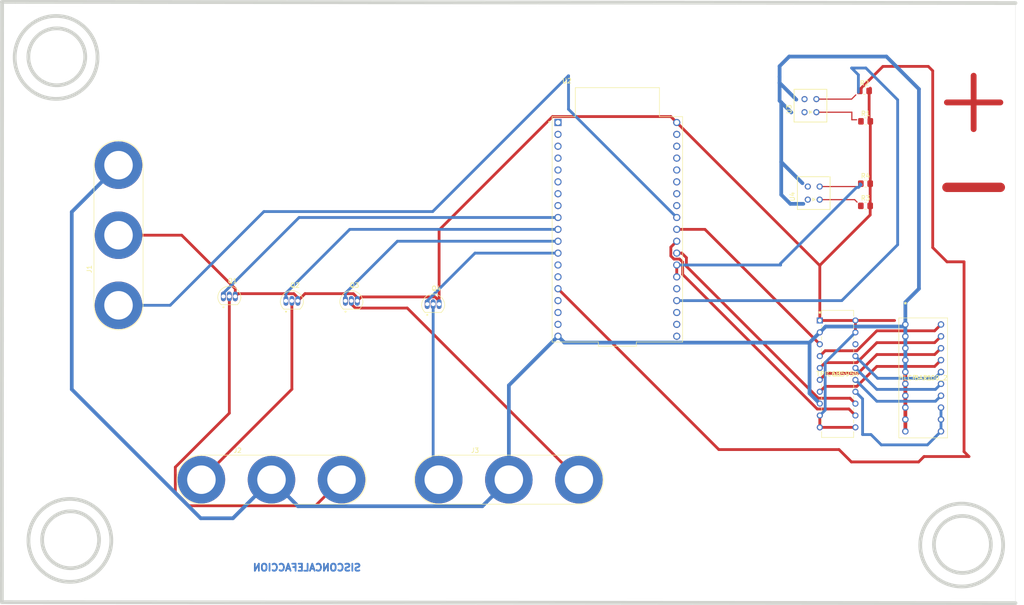
<source format=kicad_pcb>
(kicad_pcb (version 20171130) (host pcbnew "(5.1.12)-1")

  (general
    (thickness 1.6)
    (drawings 14)
    (tracks 205)
    (zones 0)
    (modules 16)
    (nets 53)
  )

  (page A4)
  (layers
    (0 F.Cu signal)
    (31 B.Cu signal)
    (32 B.Adhes user)
    (33 F.Adhes user)
    (34 B.Paste user)
    (35 F.Paste user)
    (36 B.SilkS user)
    (37 F.SilkS user)
    (38 B.Mask user)
    (39 F.Mask user)
    (40 Dwgs.User user)
    (41 Cmts.User user)
    (42 Eco1.User user)
    (43 Eco2.User user)
    (44 Edge.Cuts user)
    (45 Margin user)
    (46 B.CrtYd user)
    (47 F.CrtYd user)
    (48 B.Fab user)
    (49 F.Fab user)
  )

  (setup
    (last_trace_width 0.25)
    (trace_clearance 0.2)
    (zone_clearance 0.508)
    (zone_45_only no)
    (trace_min 0.2)
    (via_size 0.8)
    (via_drill 0.4)
    (via_min_size 0.4)
    (via_min_drill 0.3)
    (uvia_size 0.3)
    (uvia_drill 0.1)
    (uvias_allowed no)
    (uvia_min_size 0.2)
    (uvia_min_drill 0.1)
    (edge_width 0.05)
    (segment_width 0.2)
    (pcb_text_width 0.3)
    (pcb_text_size 1.5 1.5)
    (mod_edge_width 0.12)
    (mod_text_size 1 1)
    (mod_text_width 0.15)
    (pad_size 1.524 1.524)
    (pad_drill 0.762)
    (pad_to_mask_clearance 0)
    (aux_axis_origin 0 0)
    (visible_elements 7FFFFFFF)
    (pcbplotparams
      (layerselection 0x010fc_ffffffff)
      (usegerberextensions false)
      (usegerberattributes true)
      (usegerberadvancedattributes true)
      (creategerberjobfile true)
      (excludeedgelayer true)
      (linewidth 0.100000)
      (plotframeref false)
      (viasonmask false)
      (mode 1)
      (useauxorigin false)
      (hpglpennumber 1)
      (hpglpenspeed 20)
      (hpglpendiameter 15.000000)
      (psnegative false)
      (psa4output false)
      (plotreference true)
      (plotvalue true)
      (plotinvisibletext false)
      (padsonsilk false)
      (subtractmaskfromsilk false)
      (outputformat 1)
      (mirror false)
      (drillshape 1)
      (scaleselection 1)
      (outputdirectory ""))
  )

  (net 0 "")
  (net 1 "Net-(BAR1-Pad20)")
  (net 2 "Net-(BAR1-Pad19)")
  (net 3 "Net-(BAR1-Pad18)")
  (net 4 "Net-(BAR1-Pad17)")
  (net 5 "Net-(BAR1-Pad16)")
  (net 6 "Net-(BAR1-Pad15)")
  (net 7 "Net-(BAR1-Pad14)")
  (net 8 "Net-(BAR1-Pad11)")
  (net 9 +5V)
  (net 10 GND)
  (net 11 "Net-(J1-Pad1)")
  (net 12 "Net-(J2-Pad3)")
  (net 13 "Net-(J2-Pad1)")
  (net 14 "Net-(J3-Pad3)")
  (net 15 "Net-(J3-Pad1)")
  (net 16 "Net-(Q1-Pad1)")
  (net 17 "Net-(Q2-Pad1)")
  (net 18 "Net-(Q3-Pad1)")
  (net 19 "Net-(Q4-Pad1)")
  (net 20 "Net-(R1-Pad1)")
  (net 21 "Net-(R2-Pad1)")
  (net 22 "Net-(R3-Pad1)")
  (net 23 "Net-(R4-Pad1)")
  (net 24 "Net-(U1-Pad18)")
  (net 25 "Net-(U1-Pad13)")
  (net 26 "Net-(U1-Pad12)")
  (net 27 "Net-(U1-Pad3)")
  (net 28 "Net-(U2-Pad37)")
  (net 29 "Net-(U2-Pad36)")
  (net 30 "Net-(U2-Pad35)")
  (net 31 "Net-(U2-Pad34)")
  (net 32 "Net-(U2-Pad33)")
  (net 33 "Net-(U2-Pad32)")
  (net 34 "Net-(U2-Pad31)")
  (net 35 "Net-(U2-Pad24)")
  (net 36 "Net-(U2-Pad23)")
  (net 37 "Net-(U2-Pad22)")
  (net 38 "Net-(U2-Pad21)")
  (net 39 "Net-(U2-Pad20)")
  (net 40 "Net-(U2-Pad18)")
  (net 41 "Net-(U2-Pad17)")
  (net 42 "Net-(U2-Pad16)")
  (net 43 "Net-(U2-Pad14)")
  (net 44 "Net-(U2-Pad13)")
  (net 45 "Net-(U2-Pad8)")
  (net 46 "Net-(U2-Pad7)")
  (net 47 "Net-(U2-Pad6)")
  (net 48 "Net-(U2-Pad5)")
  (net 49 "Net-(U2-Pad4)")
  (net 50 "Net-(U2-Pad3)")
  (net 51 "Net-(U2-Pad2)")
  (net 52 "Net-(U2-Pad1)")

  (net_class Default "This is the default net class."
    (clearance 0.2)
    (trace_width 0.25)
    (via_dia 0.8)
    (via_drill 0.4)
    (uvia_dia 0.3)
    (uvia_drill 0.1)
  )

  (net_class po ""
    (clearance 0.2)
    (trace_width 0.8)
    (via_dia 0.8)
    (via_drill 0.4)
    (uvia_dia 0.3)
    (uvia_drill 0.1)
    (add_net +5V)
  )

  (net_class se ""
    (clearance 0.2)
    (trace_width 0.6)
    (via_dia 0.8)
    (via_drill 0.4)
    (uvia_dia 0.3)
    (uvia_drill 0.1)
    (add_net GND)
    (add_net "Net-(BAR1-Pad11)")
    (add_net "Net-(BAR1-Pad14)")
    (add_net "Net-(BAR1-Pad15)")
    (add_net "Net-(BAR1-Pad16)")
    (add_net "Net-(BAR1-Pad17)")
    (add_net "Net-(BAR1-Pad18)")
    (add_net "Net-(BAR1-Pad19)")
    (add_net "Net-(BAR1-Pad20)")
    (add_net "Net-(J1-Pad1)")
    (add_net "Net-(J2-Pad1)")
    (add_net "Net-(J2-Pad3)")
    (add_net "Net-(J3-Pad1)")
    (add_net "Net-(J3-Pad3)")
    (add_net "Net-(Q1-Pad1)")
    (add_net "Net-(Q2-Pad1)")
    (add_net "Net-(Q3-Pad1)")
    (add_net "Net-(Q4-Pad1)")
    (add_net "Net-(R1-Pad1)")
    (add_net "Net-(R2-Pad1)")
    (add_net "Net-(R3-Pad1)")
    (add_net "Net-(R4-Pad1)")
    (add_net "Net-(U1-Pad12)")
    (add_net "Net-(U1-Pad13)")
    (add_net "Net-(U1-Pad18)")
    (add_net "Net-(U1-Pad3)")
    (add_net "Net-(U2-Pad1)")
    (add_net "Net-(U2-Pad13)")
    (add_net "Net-(U2-Pad14)")
    (add_net "Net-(U2-Pad16)")
    (add_net "Net-(U2-Pad17)")
    (add_net "Net-(U2-Pad18)")
    (add_net "Net-(U2-Pad2)")
    (add_net "Net-(U2-Pad20)")
    (add_net "Net-(U2-Pad21)")
    (add_net "Net-(U2-Pad22)")
    (add_net "Net-(U2-Pad23)")
    (add_net "Net-(U2-Pad24)")
    (add_net "Net-(U2-Pad3)")
    (add_net "Net-(U2-Pad31)")
    (add_net "Net-(U2-Pad32)")
    (add_net "Net-(U2-Pad33)")
    (add_net "Net-(U2-Pad34)")
    (add_net "Net-(U2-Pad35)")
    (add_net "Net-(U2-Pad36)")
    (add_net "Net-(U2-Pad37)")
    (add_net "Net-(U2-Pad4)")
    (add_net "Net-(U2-Pad5)")
    (add_net "Net-(U2-Pad6)")
    (add_net "Net-(U2-Pad7)")
    (add_net "Net-(U2-Pad8)")
  )

  (module displayled:HLCP-J100 (layer F.Cu) (tedit 0) (tstamp 62B4C9BE)
    (at 236.55 104.7)
    (path /62BB8BA1)
    (fp_text reference BAR1 (at 3.81 11.43) (layer F.SilkS)
      (effects (font (size 1 1) (thickness 0.15)))
    )
    (fp_text value HLCP-J100_2 (at 3.81 11.43) (layer F.SilkS)
      (effects (font (size 1 1) (thickness 0.15)))
    )
    (fp_line (start -1.524 24.384) (end -1.524 -1.524) (layer F.CrtYd) (width 0.05))
    (fp_line (start -1.524 -1.524) (end 9.144 -1.524) (layer F.CrtYd) (width 0.05))
    (fp_line (start 9.144 -1.524) (end 9.144 24.384) (layer F.CrtYd) (width 0.05))
    (fp_line (start 9.144 24.384) (end -1.524 24.384) (layer F.CrtYd) (width 0.05))
    (fp_line (start -1.27 11.43) (end -1.27 -6.731) (layer Cmts.User) (width 0.1))
    (fp_line (start 8.89 11.43) (end 8.89 -6.731) (layer Cmts.User) (width 0.1))
    (fp_line (start -1.27 -6.35) (end 8.89 -6.35) (layer Cmts.User) (width 0.1))
    (fp_line (start -1.27 -6.35) (end -1.016 -6.477) (layer Cmts.User) (width 0.1))
    (fp_line (start -1.27 -6.35) (end -1.016 -6.223) (layer Cmts.User) (width 0.1))
    (fp_line (start -1.016 -6.477) (end -1.016 -6.223) (layer Cmts.User) (width 0.1))
    (fp_line (start 8.89 -6.35) (end 8.636 -6.477) (layer Cmts.User) (width 0.1))
    (fp_line (start 8.89 -6.35) (end 8.636 -6.223) (layer Cmts.User) (width 0.1))
    (fp_line (start 8.636 -6.477) (end 8.636 -6.223) (layer Cmts.User) (width 0.1))
    (fp_line (start 0 11.43) (end 0 -4.191) (layer Cmts.User) (width 0.1))
    (fp_line (start 7.62 11.43) (end 7.62 -4.191) (layer Cmts.User) (width 0.1))
    (fp_line (start 0 -3.81) (end 7.62 -3.81) (layer Cmts.User) (width 0.1))
    (fp_line (start 0 -3.81) (end 0.254 -3.937) (layer Cmts.User) (width 0.1))
    (fp_line (start 0 -3.81) (end 0.254 -3.683) (layer Cmts.User) (width 0.1))
    (fp_line (start 0.254 -3.937) (end 0.254 -3.683) (layer Cmts.User) (width 0.1))
    (fp_line (start 7.62 -3.81) (end 7.366 -3.937) (layer Cmts.User) (width 0.1))
    (fp_line (start 7.62 -3.81) (end 7.366 -3.683) (layer Cmts.User) (width 0.1))
    (fp_line (start 7.366 -3.937) (end 7.366 -3.683) (layer Cmts.User) (width 0.1))
    (fp_line (start 3.81 -1.27) (end -6.731 -1.27) (layer Cmts.User) (width 0.1))
    (fp_line (start 8.89 0) (end -6.731 0) (layer Cmts.User) (width 0.1))
    (fp_line (start -6.35 -1.27) (end -6.35 -2.54) (layer Cmts.User) (width 0.1))
    (fp_line (start -6.35 0) (end -6.35 1.27) (layer Cmts.User) (width 0.1))
    (fp_line (start -6.35 -1.27) (end -6.477 -1.524) (layer Cmts.User) (width 0.1))
    (fp_line (start -6.35 -1.27) (end -6.223 -1.524) (layer Cmts.User) (width 0.1))
    (fp_line (start -6.477 -1.524) (end -6.223 -1.524) (layer Cmts.User) (width 0.1))
    (fp_line (start -6.35 0) (end -6.477 0.254) (layer Cmts.User) (width 0.1))
    (fp_line (start -6.35 0) (end -6.223 0.254) (layer Cmts.User) (width 0.1))
    (fp_line (start -6.477 0.254) (end -6.223 0.254) (layer Cmts.User) (width 0.1))
    (fp_line (start 3.81 0) (end 16.891 0) (layer Cmts.User) (width 0.1))
    (fp_line (start 8.89 2.54) (end 16.891 2.54) (layer Cmts.User) (width 0.1))
    (fp_line (start 16.51 0) (end 16.51 -1.27) (layer Cmts.User) (width 0.1))
    (fp_line (start 16.51 2.54) (end 16.51 3.81) (layer Cmts.User) (width 0.1))
    (fp_line (start 16.51 0) (end 16.383 -0.254) (layer Cmts.User) (width 0.1))
    (fp_line (start 16.51 0) (end 16.637 -0.254) (layer Cmts.User) (width 0.1))
    (fp_line (start 16.383 -0.254) (end 16.637 -0.254) (layer Cmts.User) (width 0.1))
    (fp_line (start 16.51 2.54) (end 16.383 2.794) (layer Cmts.User) (width 0.1))
    (fp_line (start 16.51 2.54) (end 16.637 2.794) (layer Cmts.User) (width 0.1))
    (fp_line (start 16.383 2.794) (end 16.637 2.794) (layer Cmts.User) (width 0.1))
    (fp_line (start 3.81 -1.27) (end 19.431 -1.27) (layer Cmts.User) (width 0.1))
    (fp_line (start 8.89 24.13) (end 19.431 24.13) (layer Cmts.User) (width 0.1))
    (fp_line (start 19.05 -1.27) (end 19.05 24.13) (layer Cmts.User) (width 0.1))
    (fp_line (start 19.05 -1.27) (end 18.923 -1.016) (layer Cmts.User) (width 0.1))
    (fp_line (start 19.05 -1.27) (end 19.177 -1.016) (layer Cmts.User) (width 0.1))
    (fp_line (start 18.923 -1.016) (end 19.177 -1.016) (layer Cmts.User) (width 0.1))
    (fp_line (start 19.05 24.13) (end 18.923 23.876) (layer Cmts.User) (width 0.1))
    (fp_line (start 19.05 24.13) (end 19.177 23.876) (layer Cmts.User) (width 0.1))
    (fp_line (start 18.923 23.876) (end 19.177 23.876) (layer Cmts.User) (width 0.1))
    (fp_line (start -1.397 24.257) (end 9.017 24.257) (layer F.SilkS) (width 0.12))
    (fp_line (start 9.017 24.257) (end 9.017 -1.397) (layer F.SilkS) (width 0.12))
    (fp_line (start 9.017 -1.397) (end -1.397 -1.397) (layer F.SilkS) (width 0.12))
    (fp_line (start -1.397 -1.397) (end -1.397 24.257) (layer F.SilkS) (width 0.12))
    (fp_line (start -1.27 24.13) (end 8.89 24.13) (layer F.Fab) (width 0.1))
    (fp_line (start 8.89 24.13) (end 8.89 -1.27) (layer F.Fab) (width 0.1))
    (fp_line (start 8.89 -1.27) (end -1.27 -1.27) (layer F.Fab) (width 0.1))
    (fp_line (start -1.27 -1.27) (end -1.27 24.13) (layer F.Fab) (width 0.1))
    (fp_line (start -1.524 24.384) (end -1.524 -1.524) (layer F.CrtYd) (width 0.05))
    (fp_line (start -1.524 -1.524) (end 9.144 -1.524) (layer F.CrtYd) (width 0.05))
    (fp_line (start 9.144 -1.524) (end 9.144 24.384) (layer F.CrtYd) (width 0.05))
    (fp_line (start 9.144 24.384) (end -1.524 24.384) (layer F.CrtYd) (width 0.05))
    (fp_line (start -1.27 24.13) (end -1.27 -1.27) (layer F.CrtYd) (width 0.05))
    (fp_line (start -1.27 -1.27) (end 8.89 -1.27) (layer F.CrtYd) (width 0.05))
    (fp_line (start 8.89 -1.27) (end 8.89 24.13) (layer F.CrtYd) (width 0.05))
    (fp_line (start 8.89 24.13) (end -1.27 24.13) (layer F.CrtYd) (width 0.05))
    (fp_circle (center 0.6858 0) (end 0.6858 0) (layer F.Fab) (width 0.1))
    (fp_arc (start 3.81 -1.27) (end 3.5052 -1.27) (angle -180) (layer F.Fab) (width 0.1))
    (fp_text user * (at 0 -4.233334) (layer F.SilkS)
      (effects (font (size 1 1) (thickness 0.15)))
    )
    (fp_text user * (at 0 -1.693334) (layer F.Fab)
      (effects (font (size 1 1) (thickness 0.15)))
    )
    (fp_text user * (at 0 -1.693334) (layer F.Fab)
      (effects (font (size 1 1) (thickness 0.15)))
    )
    (fp_text user * (at 0 -4.233334) (layer F.SilkS)
      (effects (font (size 1 1) (thickness 0.15)))
    )
    (fp_text user "Copyright 2021 Accelerated Designs. All rights reserved." (at 0 0) (layer Cmts.User)
      (effects (font (size 0.127 0.127) (thickness 0.002)))
    )
    (pad 20 thru_hole circle (at 7.62 0) (size 1.3716 1.3716) (drill 0.8636) (layers *.Cu *.Mask)
      (net 1 "Net-(BAR1-Pad20)"))
    (pad 19 thru_hole circle (at 7.62 2.54) (size 1.3716 1.3716) (drill 0.8636) (layers *.Cu *.Mask)
      (net 2 "Net-(BAR1-Pad19)"))
    (pad 18 thru_hole circle (at 7.62 5.08) (size 1.3716 1.3716) (drill 0.8636) (layers *.Cu *.Mask)
      (net 3 "Net-(BAR1-Pad18)"))
    (pad 17 thru_hole circle (at 7.62 7.62) (size 1.3716 1.3716) (drill 0.8636) (layers *.Cu *.Mask)
      (net 4 "Net-(BAR1-Pad17)"))
    (pad 16 thru_hole circle (at 7.62 10.16) (size 1.3716 1.3716) (drill 0.8636) (layers *.Cu *.Mask)
      (net 5 "Net-(BAR1-Pad16)"))
    (pad 15 thru_hole circle (at 7.62 12.7) (size 1.3716 1.3716) (drill 0.8636) (layers *.Cu *.Mask)
      (net 6 "Net-(BAR1-Pad15)"))
    (pad 14 thru_hole circle (at 7.62 15.24) (size 1.3716 1.3716) (drill 0.8636) (layers *.Cu *.Mask)
      (net 7 "Net-(BAR1-Pad14)"))
    (pad 13 thru_hole circle (at 7.62 17.78) (size 1.3716 1.3716) (drill 0.8636) (layers *.Cu *.Mask)
      (net 8 "Net-(BAR1-Pad11)"))
    (pad 12 thru_hole circle (at 7.62 20.32) (size 1.3716 1.3716) (drill 0.8636) (layers *.Cu *.Mask)
      (net 8 "Net-(BAR1-Pad11)"))
    (pad 11 thru_hole circle (at 7.62 22.86) (size 1.3716 1.3716) (drill 0.8636) (layers *.Cu *.Mask)
      (net 8 "Net-(BAR1-Pad11)"))
    (pad 10 thru_hole circle (at 0 22.86) (size 1.3716 1.3716) (drill 0.8636) (layers *.Cu *.Mask)
      (net 9 +5V))
    (pad 9 thru_hole circle (at 0 20.32) (size 1.3716 1.3716) (drill 0.8636) (layers *.Cu *.Mask)
      (net 9 +5V))
    (pad 8 thru_hole circle (at 0 17.78) (size 1.3716 1.3716) (drill 0.8636) (layers *.Cu *.Mask)
      (net 9 +5V))
    (pad 7 thru_hole circle (at 0 15.24) (size 1.3716 1.3716) (drill 0.8636) (layers *.Cu *.Mask)
      (net 9 +5V))
    (pad 6 thru_hole circle (at 0 12.7) (size 1.3716 1.3716) (drill 0.8636) (layers *.Cu *.Mask)
      (net 9 +5V))
    (pad 5 thru_hole circle (at 0 10.16) (size 1.3716 1.3716) (drill 0.8636) (layers *.Cu *.Mask)
      (net 9 +5V))
    (pad 4 thru_hole circle (at 0 7.62) (size 1.3716 1.3716) (drill 0.8636) (layers *.Cu *.Mask)
      (net 9 +5V))
    (pad 3 thru_hole circle (at 0 5.08) (size 1.3716 1.3716) (drill 0.8636) (layers *.Cu *.Mask)
      (net 9 +5V))
    (pad 2 thru_hole circle (at 0 2.54) (size 1.3716 1.3716) (drill 0.8636) (layers *.Cu *.Mask)
      (net 9 +5V))
    (pad 1 thru_hole circle (at 0 0) (size 1.3716 1.3716) (drill 0.8636) (layers *.Cu *.Mask)
      (net 9 +5V))
  )

  (module cny70:DIPS254W50P254L710H600Q4 (layer F.Cu) (tedit 62B2FC10) (tstamp 62B4CBEE)
    (at 216.95 76.6 90)
    (path /62BB1FEA)
    (fp_text reference U4 (at -0.762165 -4.566345 90) (layer F.SilkS)
      (effects (font (size 1.002276 1.002276) (thickness 0.15)))
    )
    (fp_text value CNY70 (at 11.34334 4.703115 90) (layer F.Fab)
      (effects (font (size 1.002937 1.002937) (thickness 0.15)))
    )
    (fp_line (start -3.5 -3.5) (end -3.5 3.5) (layer F.SilkS) (width 0.1524))
    (fp_line (start -3.5 3.5) (end 3.5 3.5) (layer F.SilkS) (width 0.1524))
    (fp_line (start 3.5 3.5) (end 3.5 -3.5) (layer F.SilkS) (width 0.1524))
    (fp_line (start 3.5 -3.5) (end -3.5 -3.5) (layer F.SilkS) (width 0.1524))
    (fp_line (start -3.75 -3.75) (end -3.75 3.75) (layer F.CrtYd) (width 0.05))
    (fp_line (start -3.75 3.75) (end 3.75 3.75) (layer F.CrtYd) (width 0.05))
    (fp_line (start 3.75 3.75) (end 3.75 -3.75) (layer F.CrtYd) (width 0.05))
    (fp_line (start 3.75 -3.75) (end -3.75 -3.75) (layer F.CrtYd) (width 0.05))
    (fp_line (start -3.5 -3.5) (end -3.5 3.5) (layer F.Fab) (width 0.1524))
    (fp_line (start -3.5 3.5) (end 3.5 3.5) (layer F.Fab) (width 0.1524))
    (fp_line (start 3.5 3.5) (end 3.5 -3.5) (layer F.Fab) (width 0.1524))
    (fp_line (start 3.5 -3.5) (end -3.5 -3.5) (layer F.Fab) (width 0.1524))
    (fp_poly (pts (xy -1.746 -0.25) (xy -1 -0.25) (xy -1.373 0.25)) (layer F.SilkS) (width 0.05))
    (fp_line (start -1.746 0.25) (end -0.873 0.25) (layer F.SilkS) (width 0.05))
    (fp_line (start -1.361 -0.5) (end -1.361 0.5) (layer F.SilkS) (width 0.05))
    (pad A thru_hole circle (at -1.4 -1.27 90) (size 1.308 1.308) (drill 0.8) (layers *.Cu *.Mask))
    (pad E thru_hole circle (at 1.4 -1.27 90) (size 1.308 1.308) (drill 0.8) (layers *.Cu *.Mask))
    (pad COLL thru_hole circle (at 1.4 1.27 90) (size 1.308 1.308) (drill 0.8) (layers *.Cu *.Mask))
    (pad CATH thru_hole circle (at -1.4 1.27 90) (size 1.308 1.308) (drill 0.8) (layers *.Cu *.Mask))
  )

  (module cny70:DIPS254W50P254L710H600Q4 (layer F.Cu) (tedit 62B2FC10) (tstamp 62B4CBD7)
    (at 216.25 57.9 90)
    (path /62BB028F)
    (fp_text reference U3 (at -0.762165 -4.566345 90) (layer F.SilkS)
      (effects (font (size 1.002276 1.002276) (thickness 0.15)))
    )
    (fp_text value CNY70 (at 11.34334 4.703115 90) (layer F.Fab)
      (effects (font (size 1.002937 1.002937) (thickness 0.15)))
    )
    (fp_line (start -3.5 -3.5) (end -3.5 3.5) (layer F.SilkS) (width 0.1524))
    (fp_line (start -3.5 3.5) (end 3.5 3.5) (layer F.SilkS) (width 0.1524))
    (fp_line (start 3.5 3.5) (end 3.5 -3.5) (layer F.SilkS) (width 0.1524))
    (fp_line (start 3.5 -3.5) (end -3.5 -3.5) (layer F.SilkS) (width 0.1524))
    (fp_line (start -3.75 -3.75) (end -3.75 3.75) (layer F.CrtYd) (width 0.05))
    (fp_line (start -3.75 3.75) (end 3.75 3.75) (layer F.CrtYd) (width 0.05))
    (fp_line (start 3.75 3.75) (end 3.75 -3.75) (layer F.CrtYd) (width 0.05))
    (fp_line (start 3.75 -3.75) (end -3.75 -3.75) (layer F.CrtYd) (width 0.05))
    (fp_line (start -3.5 -3.5) (end -3.5 3.5) (layer F.Fab) (width 0.1524))
    (fp_line (start -3.5 3.5) (end 3.5 3.5) (layer F.Fab) (width 0.1524))
    (fp_line (start 3.5 3.5) (end 3.5 -3.5) (layer F.Fab) (width 0.1524))
    (fp_line (start 3.5 -3.5) (end -3.5 -3.5) (layer F.Fab) (width 0.1524))
    (fp_poly (pts (xy -1.746 -0.25) (xy -1 -0.25) (xy -1.373 0.25)) (layer F.SilkS) (width 0.05))
    (fp_line (start -1.746 0.25) (end -0.873 0.25) (layer F.SilkS) (width 0.05))
    (fp_line (start -1.361 -0.5) (end -1.361 0.5) (layer F.SilkS) (width 0.05))
    (pad A thru_hole circle (at -1.4 -1.27 90) (size 1.308 1.308) (drill 0.8) (layers *.Cu *.Mask))
    (pad E thru_hole circle (at 1.4 -1.27 90) (size 1.308 1.308) (drill 0.8) (layers *.Cu *.Mask))
    (pad COLL thru_hole circle (at 1.4 1.27 90) (size 1.308 1.308) (drill 0.8) (layers *.Cu *.Mask))
    (pad CATH thru_hole circle (at -1.4 1.27 90) (size 1.308 1.308) (drill 0.8) (layers *.Cu *.Mask))
  )

  (module esp32pry:MODULE_ESP32-DEVKITC (layer F.Cu) (tedit 62B2F74A) (tstamp 62B4CBC0)
    (at 174.95 84.35)
    (path /62BABBB7)
    (fp_text reference U2 (at -10.795 -31.75) (layer F.SilkS)
      (effects (font (size 1 1) (thickness 0.15)))
    )
    (fp_text value ESP32-DEVKITC (at -1.27 26.035) (layer F.Fab)
      (effects (font (size 1 1) (thickness 0.15)))
    )
    (fp_circle (center -14.57 -22.97) (end -14.47 -22.97) (layer F.SilkS) (width 0.2))
    (fp_circle (center -14.57 -22.97) (end -14.47 -22.97) (layer F.Fab) (width 0.2))
    (fp_line (start -13.95 -24.1) (end -13.95 24.1) (layer F.Fab) (width 0.127))
    (fp_line (start 13.95 24.1) (end 13.95 -24.1) (layer F.Fab) (width 0.127))
    (fp_line (start 13.95 -24.1) (end 9 -24.1) (layer F.Fab) (width 0.127))
    (fp_line (start 9 -24.1) (end -9 -24.1) (layer F.Fab) (width 0.127))
    (fp_line (start -9 -24.1) (end -13.95 -24.1) (layer F.Fab) (width 0.127))
    (fp_line (start -9 -24.1) (end -9 -30.3) (layer F.Fab) (width 0.127))
    (fp_line (start -9 -30.3) (end 9 -30.3) (layer F.Fab) (width 0.127))
    (fp_line (start 9 -30.3) (end 9 -24.1) (layer F.Fab) (width 0.127))
    (fp_line (start -13.95 24.1) (end -4.07 24.1) (layer F.Fab) (width 0.127))
    (fp_line (start -4.07 24.1) (end -4.07 25) (layer F.Fab) (width 0.127))
    (fp_line (start -4.07 25) (end 4.06 25) (layer F.Fab) (width 0.127))
    (fp_line (start 4.06 25) (end 4.06 24.1) (layer F.Fab) (width 0.127))
    (fp_line (start 4.06 24.1) (end 13.95 24.1) (layer F.Fab) (width 0.127))
    (fp_line (start -13.95 -24.1) (end -13.95 24.1) (layer F.SilkS) (width 0.127))
    (fp_line (start 13.95 24.1) (end 13.95 -24.1) (layer F.SilkS) (width 0.127))
    (fp_line (start 13.95 -24.1) (end 9 -24.1) (layer F.SilkS) (width 0.127))
    (fp_line (start -9 -24.1) (end -13.95 -24.1) (layer F.SilkS) (width 0.127))
    (fp_line (start -9 -24.1) (end -9 -30.3) (layer F.SilkS) (width 0.127))
    (fp_line (start -9 -30.3) (end 9 -30.3) (layer F.SilkS) (width 0.127))
    (fp_line (start 9 -30.3) (end 9 -24.1) (layer F.SilkS) (width 0.127))
    (fp_line (start -13.95 24.1) (end -4.07 24.1) (layer F.SilkS) (width 0.127))
    (fp_line (start -4.07 24.1) (end -4.07 25) (layer F.SilkS) (width 0.127))
    (fp_line (start -4.07 25) (end 4.06 25) (layer F.SilkS) (width 0.127))
    (fp_line (start 4.06 25) (end 4.06 24.1) (layer F.SilkS) (width 0.127))
    (fp_line (start 4.06 24.1) (end 13.95 24.1) (layer F.SilkS) (width 0.127))
    (fp_line (start -14.2 -24.38) (end -14.2 24.38) (layer F.CrtYd) (width 0.05))
    (fp_line (start 14.2 24.38) (end 14.2 -24.38) (layer F.CrtYd) (width 0.05))
    (fp_line (start 14.2 -24.38) (end 9.25 -24.38) (layer F.CrtYd) (width 0.05))
    (fp_line (start -9.25 -24.38) (end -14.2 -24.38) (layer F.CrtYd) (width 0.05))
    (fp_line (start -9.25 -24.38) (end -9.25 -30.55) (layer F.CrtYd) (width 0.05))
    (fp_line (start -9.25 -30.55) (end 9.25 -30.55) (layer F.CrtYd) (width 0.05))
    (fp_line (start 9.25 -30.55) (end 9.25 -24.38) (layer F.CrtYd) (width 0.05))
    (fp_line (start -14.2 24.38) (end -4.32 24.38) (layer F.CrtYd) (width 0.05))
    (fp_line (start -4.32 24.38) (end -4.32 25.25) (layer F.CrtYd) (width 0.05))
    (fp_line (start -4.32 25.25) (end 4.31 25.25) (layer F.CrtYd) (width 0.05))
    (fp_line (start 4.31 25.25) (end 4.31 24.38) (layer F.CrtYd) (width 0.05))
    (fp_line (start 4.31 24.38) (end 14.2 24.38) (layer F.CrtYd) (width 0.05))
    (pad 38 thru_hole circle (at 12.7 -22.85) (size 1.53 1.53) (drill 1.02) (layers *.Cu *.Mask)
      (net 10 GND))
    (pad 37 thru_hole circle (at 12.7 -20.31) (size 1.53 1.53) (drill 1.02) (layers *.Cu *.Mask)
      (net 28 "Net-(U2-Pad37)"))
    (pad 36 thru_hole circle (at 12.7 -17.77) (size 1.53 1.53) (drill 1.02) (layers *.Cu *.Mask)
      (net 29 "Net-(U2-Pad36)"))
    (pad 35 thru_hole circle (at 12.7 -15.23) (size 1.53 1.53) (drill 1.02) (layers *.Cu *.Mask)
      (net 30 "Net-(U2-Pad35)"))
    (pad 34 thru_hole circle (at 12.7 -12.69) (size 1.53 1.53) (drill 1.02) (layers *.Cu *.Mask)
      (net 31 "Net-(U2-Pad34)"))
    (pad 33 thru_hole circle (at 12.7 -10.15) (size 1.53 1.53) (drill 1.02) (layers *.Cu *.Mask)
      (net 32 "Net-(U2-Pad33)"))
    (pad 32 thru_hole circle (at 12.7 -7.61) (size 1.53 1.53) (drill 1.02) (layers *.Cu *.Mask)
      (net 33 "Net-(U2-Pad32)"))
    (pad 31 thru_hole circle (at 12.7 -5.07) (size 1.53 1.53) (drill 1.02) (layers *.Cu *.Mask)
      (net 34 "Net-(U2-Pad31)"))
    (pad 30 thru_hole circle (at 12.7 -2.53) (size 1.53 1.53) (drill 1.02) (layers *.Cu *.Mask)
      (net 11 "Net-(J1-Pad1)"))
    (pad 29 thru_hole circle (at 12.7 0.01) (size 1.53 1.53) (drill 1.02) (layers *.Cu *.Mask)
      (net 27 "Net-(U1-Pad3)"))
    (pad 28 thru_hole circle (at 12.7 2.55) (size 1.53 1.53) (drill 1.02) (layers *.Cu *.Mask)
      (net 26 "Net-(U1-Pad12)"))
    (pad 27 thru_hole circle (at 12.7 5.09) (size 1.53 1.53) (drill 1.02) (layers *.Cu *.Mask)
      (net 25 "Net-(U1-Pad13)"))
    (pad 26 thru_hole circle (at 12.7 7.63) (size 1.53 1.53) (drill 1.02) (layers *.Cu *.Mask)
      (net 23 "Net-(R4-Pad1)"))
    (pad 25 thru_hole circle (at 12.7 10.17) (size 1.53 1.53) (drill 1.02) (layers *.Cu *.Mask)
      (net 23 "Net-(R4-Pad1)"))
    (pad 24 thru_hole circle (at 12.7 12.71) (size 1.53 1.53) (drill 1.02) (layers *.Cu *.Mask)
      (net 35 "Net-(U2-Pad24)"))
    (pad 23 thru_hole circle (at 12.7 15.25) (size 1.53 1.53) (drill 1.02) (layers *.Cu *.Mask)
      (net 36 "Net-(U2-Pad23)"))
    (pad 22 thru_hole circle (at 12.7 17.79) (size 1.53 1.53) (drill 1.02) (layers *.Cu *.Mask)
      (net 37 "Net-(U2-Pad22)"))
    (pad 21 thru_hole circle (at 12.7 20.33) (size 1.53 1.53) (drill 1.02) (layers *.Cu *.Mask)
      (net 38 "Net-(U2-Pad21)"))
    (pad 20 thru_hole circle (at 12.7 22.87) (size 1.53 1.53) (drill 1.02) (layers *.Cu *.Mask)
      (net 39 "Net-(U2-Pad20)"))
    (pad 19 thru_hole circle (at -12.7 22.87) (size 1.53 1.53) (drill 1.02) (layers *.Cu *.Mask)
      (net 9 +5V))
    (pad 18 thru_hole circle (at -12.7 20.33) (size 1.53 1.53) (drill 1.02) (layers *.Cu *.Mask)
      (net 40 "Net-(U2-Pad18)"))
    (pad 17 thru_hole circle (at -12.7 17.79) (size 1.53 1.53) (drill 1.02) (layers *.Cu *.Mask)
      (net 41 "Net-(U2-Pad17)"))
    (pad 16 thru_hole circle (at -12.7 15.25) (size 1.53 1.53) (drill 1.02) (layers *.Cu *.Mask)
      (net 42 "Net-(U2-Pad16)"))
    (pad 15 thru_hole circle (at -12.7 12.71) (size 1.53 1.53) (drill 1.02) (layers *.Cu *.Mask)
      (net 21 "Net-(R2-Pad1)"))
    (pad 14 thru_hole circle (at -12.7 10.17) (size 1.53 1.53) (drill 1.02) (layers *.Cu *.Mask)
      (net 43 "Net-(U2-Pad14)"))
    (pad 13 thru_hole circle (at -12.7 7.63) (size 1.53 1.53) (drill 1.02) (layers *.Cu *.Mask)
      (net 44 "Net-(U2-Pad13)"))
    (pad 12 thru_hole circle (at -12.7 5.09) (size 1.53 1.53) (drill 1.02) (layers *.Cu *.Mask)
      (net 19 "Net-(Q4-Pad1)"))
    (pad 11 thru_hole circle (at -12.7 2.55) (size 1.53 1.53) (drill 1.02) (layers *.Cu *.Mask)
      (net 18 "Net-(Q3-Pad1)"))
    (pad 10 thru_hole circle (at -12.7 0.01) (size 1.53 1.53) (drill 1.02) (layers *.Cu *.Mask)
      (net 17 "Net-(Q2-Pad1)"))
    (pad 9 thru_hole circle (at -12.7 -2.53) (size 1.53 1.53) (drill 1.02) (layers *.Cu *.Mask)
      (net 16 "Net-(Q1-Pad1)"))
    (pad 8 thru_hole circle (at -12.7 -5.07) (size 1.53 1.53) (drill 1.02) (layers *.Cu *.Mask)
      (net 45 "Net-(U2-Pad8)"))
    (pad 7 thru_hole circle (at -12.7 -7.61) (size 1.53 1.53) (drill 1.02) (layers *.Cu *.Mask)
      (net 46 "Net-(U2-Pad7)"))
    (pad 6 thru_hole circle (at -12.7 -10.15) (size 1.53 1.53) (drill 1.02) (layers *.Cu *.Mask)
      (net 47 "Net-(U2-Pad6)"))
    (pad 5 thru_hole circle (at -12.7 -12.69) (size 1.53 1.53) (drill 1.02) (layers *.Cu *.Mask)
      (net 48 "Net-(U2-Pad5)"))
    (pad 4 thru_hole circle (at -12.7 -15.23) (size 1.53 1.53) (drill 1.02) (layers *.Cu *.Mask)
      (net 49 "Net-(U2-Pad4)"))
    (pad 3 thru_hole circle (at -12.7 -17.77) (size 1.53 1.53) (drill 1.02) (layers *.Cu *.Mask)
      (net 50 "Net-(U2-Pad3)"))
    (pad 2 thru_hole circle (at -12.7 -20.31) (size 1.53 1.53) (drill 1.02) (layers *.Cu *.Mask)
      (net 51 "Net-(U2-Pad2)"))
    (pad 1 thru_hole rect (at -12.7 -22.85) (size 1.53 1.53) (drill 1.02) (layers *.Cu *.Mask)
      (net 52 "Net-(U2-Pad1)"))
  )

  (module TPIC6B595N:TPIC6B595N (layer F.Cu) (tedit 0) (tstamp 62B4CB6F)
    (at 218.25 103.85)
    (path /62BAD219)
    (fp_text reference U1 (at 3.81 11.43) (layer F.SilkS)
      (effects (font (size 1 1) (thickness 0.15)))
    )
    (fp_text value TPIC6B595N (at 3.81 11.43) (layer F.SilkS)
      (effects (font (size 1 1) (thickness 0.15)))
    )
    (fp_line (start -0.9017 23.7617) (end -0.9017 -0.9017) (layer F.CrtYd) (width 0.05))
    (fp_line (start -0.9017 -0.9017) (end 0.254 -0.9017) (layer F.CrtYd) (width 0.05))
    (fp_line (start 8.5217 -0.9017) (end 7.366 -0.9017) (layer F.CrtYd) (width 0.05))
    (fp_line (start 8.5217 -0.9017) (end 8.5217 23.7617) (layer F.CrtYd) (width 0.05))
    (fp_line (start 8.5217 23.7617) (end 7.366 23.7617) (layer F.CrtYd) (width 0.05))
    (fp_line (start 0.254 23.7617) (end -0.9017 23.7617) (layer F.CrtYd) (width 0.05))
    (fp_line (start 0.254 25.146) (end 0.254 23.7617) (layer F.CrtYd) (width 0.05))
    (fp_line (start 0.254 -0.9017) (end 0.254 -2.286) (layer F.CrtYd) (width 0.05))
    (fp_line (start 0.254 -2.286) (end 7.366 -2.286) (layer F.CrtYd) (width 0.05))
    (fp_line (start 7.366 -2.286) (end 7.366 -0.9017) (layer F.CrtYd) (width 0.05))
    (fp_line (start 7.366 23.7617) (end 7.366 25.146) (layer F.CrtYd) (width 0.05))
    (fp_line (start 7.366 25.146) (end 0.254 25.146) (layer F.CrtYd) (width 0.05))
    (fp_line (start 0 0) (end -2.921 0) (layer Cmts.User) (width 0.1))
    (fp_line (start 0 2.54) (end -2.921 2.54) (layer Cmts.User) (width 0.1))
    (fp_line (start -2.54 0) (end -2.54 -1.27) (layer Cmts.User) (width 0.1))
    (fp_line (start -2.54 2.54) (end -2.54 3.81) (layer Cmts.User) (width 0.1))
    (fp_line (start -2.54 0) (end -2.667 -0.254) (layer Cmts.User) (width 0.1))
    (fp_line (start -2.54 0) (end -2.413 -0.254) (layer Cmts.User) (width 0.1))
    (fp_line (start -2.667 -0.254) (end -2.413 -0.254) (layer Cmts.User) (width 0.1))
    (fp_line (start -2.54 2.54) (end -2.667 2.794) (layer Cmts.User) (width 0.1))
    (fp_line (start -2.54 2.54) (end -2.413 2.794) (layer Cmts.User) (width 0.1))
    (fp_line (start -2.667 2.794) (end -2.413 2.794) (layer Cmts.User) (width 0.1))
    (fp_line (start 0 22.86) (end 0 25.781) (layer Cmts.User) (width 0.1))
    (fp_line (start 7.62 22.86) (end 7.62 25.781) (layer Cmts.User) (width 0.1))
    (fp_line (start 0 25.4) (end 7.62 25.4) (layer Cmts.User) (width 0.1))
    (fp_line (start 0 25.4) (end 0.254 25.273) (layer Cmts.User) (width 0.1))
    (fp_line (start 0 25.4) (end 0.254 25.527) (layer Cmts.User) (width 0.1))
    (fp_line (start 0.254 25.273) (end 0.254 25.527) (layer Cmts.User) (width 0.1))
    (fp_line (start 7.62 25.4) (end 7.366 25.273) (layer Cmts.User) (width 0.1))
    (fp_line (start 7.62 25.4) (end 7.366 25.527) (layer Cmts.User) (width 0.1))
    (fp_line (start 7.366 25.273) (end 7.366 25.527) (layer Cmts.User) (width 0.1))
    (fp_line (start 0.508 22.86) (end 0.508 -2.921) (layer Cmts.User) (width 0.1))
    (fp_line (start 7.112 22.86) (end 7.112 -2.921) (layer Cmts.User) (width 0.1))
    (fp_line (start 0.508 -2.54) (end 7.112 -2.54) (layer Cmts.User) (width 0.1))
    (fp_line (start 0.508 -2.54) (end 0.762 -2.667) (layer Cmts.User) (width 0.1))
    (fp_line (start 0.508 -2.54) (end 0.762 -2.413) (layer Cmts.User) (width 0.1))
    (fp_line (start 0.762 -2.667) (end 0.762 -2.413) (layer Cmts.User) (width 0.1))
    (fp_line (start 7.112 -2.54) (end 6.858 -2.667) (layer Cmts.User) (width 0.1))
    (fp_line (start 7.112 -2.54) (end 6.858 -2.413) (layer Cmts.User) (width 0.1))
    (fp_line (start 6.858 -2.667) (end 6.858 -2.413) (layer Cmts.User) (width 0.1))
    (fp_line (start 3.81 -2.032) (end 10.541 -2.032) (layer Cmts.User) (width 0.1))
    (fp_line (start 3.81 24.892) (end 10.541 24.892) (layer Cmts.User) (width 0.1))
    (fp_line (start 10.16 -2.032) (end 10.16 24.892) (layer Cmts.User) (width 0.1))
    (fp_line (start 10.16 -2.032) (end 10.033 -1.778) (layer Cmts.User) (width 0.1))
    (fp_line (start 10.16 -2.032) (end 10.287 -1.778) (layer Cmts.User) (width 0.1))
    (fp_line (start 10.033 -1.778) (end 10.287 -1.778) (layer Cmts.User) (width 0.1))
    (fp_line (start 10.16 24.892) (end 10.033 24.638) (layer Cmts.User) (width 0.1))
    (fp_line (start 10.16 24.892) (end 10.287 24.638) (layer Cmts.User) (width 0.1))
    (fp_line (start 10.033 24.638) (end 10.287 24.638) (layer Cmts.User) (width 0.1))
    (fp_line (start 0.508 0.3937) (end 0.508 -0.3937) (layer F.Fab) (width 0.1))
    (fp_line (start 0.508 -0.3937) (end -0.3937 -0.3937) (layer F.Fab) (width 0.1))
    (fp_line (start -0.3937 -0.3937) (end -0.3937 0.3937) (layer F.Fab) (width 0.1))
    (fp_line (start -0.3937 0.3937) (end 0.508 0.3937) (layer F.Fab) (width 0.1))
    (fp_line (start 0.508 2.9337) (end 0.508 2.1463) (layer F.Fab) (width 0.1))
    (fp_line (start 0.508 2.1463) (end -0.3937 2.1463) (layer F.Fab) (width 0.1))
    (fp_line (start -0.3937 2.1463) (end -0.3937 2.9337) (layer F.Fab) (width 0.1))
    (fp_line (start -0.3937 2.9337) (end 0.508 2.9337) (layer F.Fab) (width 0.1))
    (fp_line (start 0.508 5.4737) (end 0.508 4.6863) (layer F.Fab) (width 0.1))
    (fp_line (start 0.508 4.6863) (end -0.3937 4.6863) (layer F.Fab) (width 0.1))
    (fp_line (start -0.3937 4.6863) (end -0.3937 5.4737) (layer F.Fab) (width 0.1))
    (fp_line (start -0.3937 5.4737) (end 0.508 5.4737) (layer F.Fab) (width 0.1))
    (fp_line (start 0.508 8.0137) (end 0.508 7.2263) (layer F.Fab) (width 0.1))
    (fp_line (start 0.508 7.2263) (end -0.3937 7.2263) (layer F.Fab) (width 0.1))
    (fp_line (start -0.3937 7.2263) (end -0.3937 8.0137) (layer F.Fab) (width 0.1))
    (fp_line (start -0.3937 8.0137) (end 0.508 8.0137) (layer F.Fab) (width 0.1))
    (fp_line (start 0.508 10.5537) (end 0.508 9.7663) (layer F.Fab) (width 0.1))
    (fp_line (start 0.508 9.7663) (end -0.3937 9.7663) (layer F.Fab) (width 0.1))
    (fp_line (start -0.3937 9.7663) (end -0.3937 10.5537) (layer F.Fab) (width 0.1))
    (fp_line (start -0.3937 10.5537) (end 0.508 10.5537) (layer F.Fab) (width 0.1))
    (fp_line (start 0.508 13.0937) (end 0.508 12.3063) (layer F.Fab) (width 0.1))
    (fp_line (start 0.508 12.3063) (end -0.3937 12.3063) (layer F.Fab) (width 0.1))
    (fp_line (start -0.3937 12.3063) (end -0.3937 13.0937) (layer F.Fab) (width 0.1))
    (fp_line (start -0.3937 13.0937) (end 0.508 13.0937) (layer F.Fab) (width 0.1))
    (fp_line (start 0.508 15.6337) (end 0.508 14.8463) (layer F.Fab) (width 0.1))
    (fp_line (start 0.508 14.8463) (end -0.3937 14.8463) (layer F.Fab) (width 0.1))
    (fp_line (start -0.3937 14.8463) (end -0.3937 15.6337) (layer F.Fab) (width 0.1))
    (fp_line (start -0.3937 15.6337) (end 0.508 15.6337) (layer F.Fab) (width 0.1))
    (fp_line (start 0.508 18.1737) (end 0.508 17.3863) (layer F.Fab) (width 0.1))
    (fp_line (start 0.508 17.3863) (end -0.3937 17.3863) (layer F.Fab) (width 0.1))
    (fp_line (start -0.3937 17.3863) (end -0.3937 18.1737) (layer F.Fab) (width 0.1))
    (fp_line (start -0.3937 18.1737) (end 0.508 18.1737) (layer F.Fab) (width 0.1))
    (fp_line (start 0.508 20.7137) (end 0.508 19.9263) (layer F.Fab) (width 0.1))
    (fp_line (start 0.508 19.9263) (end -0.3937 19.9263) (layer F.Fab) (width 0.1))
    (fp_line (start -0.3937 19.9263) (end -0.3937 20.7137) (layer F.Fab) (width 0.1))
    (fp_line (start -0.3937 20.7137) (end 0.508 20.7137) (layer F.Fab) (width 0.1))
    (fp_line (start 0.508 23.2537) (end 0.508 22.4663) (layer F.Fab) (width 0.1))
    (fp_line (start 0.508 22.4663) (end -0.3937 22.4663) (layer F.Fab) (width 0.1))
    (fp_line (start -0.3937 22.4663) (end -0.3937 23.2537) (layer F.Fab) (width 0.1))
    (fp_line (start -0.3937 23.2537) (end 0.508 23.2537) (layer F.Fab) (width 0.1))
    (fp_line (start 7.112 22.4663) (end 7.112 23.2537) (layer F.Fab) (width 0.1))
    (fp_line (start 7.112 23.2537) (end 8.0137 23.2537) (layer F.Fab) (width 0.1))
    (fp_line (start 8.0137 23.2537) (end 8.0137 22.4663) (layer F.Fab) (width 0.1))
    (fp_line (start 8.0137 22.4663) (end 7.112 22.4663) (layer F.Fab) (width 0.1))
    (fp_line (start 7.112 19.9263) (end 7.112 20.7137) (layer F.Fab) (width 0.1))
    (fp_line (start 7.112 20.7137) (end 8.0137 20.7137) (layer F.Fab) (width 0.1))
    (fp_line (start 8.0137 20.7137) (end 8.0137 19.9263) (layer F.Fab) (width 0.1))
    (fp_line (start 8.0137 19.9263) (end 7.112 19.9263) (layer F.Fab) (width 0.1))
    (fp_line (start 7.112 17.3863) (end 7.112 18.1737) (layer F.Fab) (width 0.1))
    (fp_line (start 7.112 18.1737) (end 8.0137 18.1737) (layer F.Fab) (width 0.1))
    (fp_line (start 8.0137 18.1737) (end 8.0137 17.3863) (layer F.Fab) (width 0.1))
    (fp_line (start 8.0137 17.3863) (end 7.112 17.3863) (layer F.Fab) (width 0.1))
    (fp_line (start 7.112 14.8463) (end 7.112 15.6337) (layer F.Fab) (width 0.1))
    (fp_line (start 7.112 15.6337) (end 8.0137 15.6337) (layer F.Fab) (width 0.1))
    (fp_line (start 8.0137 15.6337) (end 8.0137 14.8463) (layer F.Fab) (width 0.1))
    (fp_line (start 8.0137 14.8463) (end 7.112 14.8463) (layer F.Fab) (width 0.1))
    (fp_line (start 7.112 12.3063) (end 7.112 13.0937) (layer F.Fab) (width 0.1))
    (fp_line (start 7.112 13.0937) (end 8.0137 13.0937) (layer F.Fab) (width 0.1))
    (fp_line (start 8.0137 13.0937) (end 8.0137 12.3063) (layer F.Fab) (width 0.1))
    (fp_line (start 8.0137 12.3063) (end 7.112 12.3063) (layer F.Fab) (width 0.1))
    (fp_line (start 7.112 9.7663) (end 7.112 10.5537) (layer F.Fab) (width 0.1))
    (fp_line (start 7.112 10.5537) (end 8.0137 10.5537) (layer F.Fab) (width 0.1))
    (fp_line (start 8.0137 10.5537) (end 8.0137 9.7663) (layer F.Fab) (width 0.1))
    (fp_line (start 8.0137 9.7663) (end 7.112 9.7663) (layer F.Fab) (width 0.1))
    (fp_line (start 7.112 7.2263) (end 7.112 8.0137) (layer F.Fab) (width 0.1))
    (fp_line (start 7.112 8.0137) (end 8.0137 8.0137) (layer F.Fab) (width 0.1))
    (fp_line (start 8.0137 8.0137) (end 8.0137 7.2263) (layer F.Fab) (width 0.1))
    (fp_line (start 8.0137 7.2263) (end 7.112 7.2263) (layer F.Fab) (width 0.1))
    (fp_line (start 7.112 4.6863) (end 7.112 5.4737) (layer F.Fab) (width 0.1))
    (fp_line (start 7.112 5.4737) (end 8.0137 5.4737) (layer F.Fab) (width 0.1))
    (fp_line (start 8.0137 5.4737) (end 8.0137 4.6863) (layer F.Fab) (width 0.1))
    (fp_line (start 8.0137 4.6863) (end 7.112 4.6863) (layer F.Fab) (width 0.1))
    (fp_line (start 7.112 2.1463) (end 7.112 2.9337) (layer F.Fab) (width 0.1))
    (fp_line (start 7.112 2.9337) (end 8.0137 2.9337) (layer F.Fab) (width 0.1))
    (fp_line (start 8.0137 2.9337) (end 8.0137 2.1463) (layer F.Fab) (width 0.1))
    (fp_line (start 8.0137 2.1463) (end 7.112 2.1463) (layer F.Fab) (width 0.1))
    (fp_line (start 7.112 -0.3937) (end 7.112 0.3937) (layer F.Fab) (width 0.1))
    (fp_line (start 7.112 0.3937) (end 8.0137 0.3937) (layer F.Fab) (width 0.1))
    (fp_line (start 8.0137 0.3937) (end 8.0137 -0.3937) (layer F.Fab) (width 0.1))
    (fp_line (start 8.0137 -0.3937) (end 7.112 -0.3937) (layer F.Fab) (width 0.1))
    (fp_line (start 0.381 25.019) (end 7.239 25.019) (layer F.SilkS) (width 0.12))
    (fp_line (start 7.239 25.019) (end 7.239 23.763383) (layer F.SilkS) (width 0.12))
    (fp_line (start 7.239 -2.159) (end 0.381 -2.159) (layer F.SilkS) (width 0.12))
    (fp_line (start 0.381 -2.159) (end 0.381 -0.98044) (layer F.SilkS) (width 0.12))
    (fp_line (start 0.508 24.892) (end 7.112 24.892) (layer F.Fab) (width 0.1))
    (fp_line (start 7.112 24.892) (end 7.112 -2.032) (layer F.Fab) (width 0.1))
    (fp_line (start 7.112 -2.032) (end 0.508 -2.032) (layer F.Fab) (width 0.1))
    (fp_line (start 0.508 -2.032) (end 0.508 24.892) (layer F.Fab) (width 0.1))
    (fp_line (start 0.381 0.98044) (end 0.381 1.636617) (layer F.SilkS) (width 0.12))
    (fp_line (start 0.381 3.443383) (end 0.381 4.176617) (layer F.SilkS) (width 0.12))
    (fp_line (start 0.381 5.983383) (end 0.381 6.716617) (layer F.SilkS) (width 0.12))
    (fp_line (start 0.381 8.523383) (end 0.381 9.256617) (layer F.SilkS) (width 0.12))
    (fp_line (start 0.381 11.063383) (end 0.381 11.796617) (layer F.SilkS) (width 0.12))
    (fp_line (start 0.381 13.603383) (end 0.381 14.336617) (layer F.SilkS) (width 0.12))
    (fp_line (start 0.381 16.143383) (end 0.381 16.876617) (layer F.SilkS) (width 0.12))
    (fp_line (start 0.381 18.683383) (end 0.381 19.416617) (layer F.SilkS) (width 0.12))
    (fp_line (start 0.381 21.223383) (end 0.381 21.956617) (layer F.SilkS) (width 0.12))
    (fp_line (start 0.381 23.763383) (end 0.381 25.019) (layer F.SilkS) (width 0.12))
    (fp_line (start 7.239 21.956617) (end 7.239 21.223383) (layer F.SilkS) (width 0.12))
    (fp_line (start 7.239 19.416617) (end 7.239 18.683383) (layer F.SilkS) (width 0.12))
    (fp_line (start 7.239 16.876617) (end 7.239 16.143383) (layer F.SilkS) (width 0.12))
    (fp_line (start 7.239 14.336617) (end 7.239 13.603383) (layer F.SilkS) (width 0.12))
    (fp_line (start 7.239 11.796617) (end 7.239 11.063383) (layer F.SilkS) (width 0.12))
    (fp_line (start 7.239 9.256617) (end 7.239 8.523383) (layer F.SilkS) (width 0.12))
    (fp_line (start 7.239 6.716617) (end 7.239 5.983383) (layer F.SilkS) (width 0.12))
    (fp_line (start 7.239 4.176617) (end 7.239 3.443383) (layer F.SilkS) (width 0.12))
    (fp_line (start 7.239 1.636617) (end 7.239 0.903383) (layer F.SilkS) (width 0.12))
    (fp_line (start 7.239 -0.903383) (end 7.239 -2.159) (layer F.SilkS) (width 0.12))
    (fp_line (start 8.5217 23.7617) (end 8.5217 -0.9017) (layer F.CrtYd) (width 0.05))
    (fp_line (start 8.5217 -0.9017) (end 7.366 -0.9017) (layer F.CrtYd) (width 0.05))
    (fp_line (start 7.366 -0.9017) (end 7.366 -2.286) (layer F.CrtYd) (width 0.05))
    (fp_line (start 7.366 -2.286) (end 0.254 -2.286) (layer F.CrtYd) (width 0.05))
    (fp_line (start 0.254 -2.286) (end 0.254 -0.9017) (layer F.CrtYd) (width 0.05))
    (fp_line (start 0.254 -0.9017) (end -0.9017 -0.9017) (layer F.CrtYd) (width 0.05))
    (fp_line (start -0.9017 -0.9017) (end -0.9017 23.7617) (layer F.CrtYd) (width 0.05))
    (fp_line (start -0.9017 23.7617) (end 0.254 23.7617) (layer F.CrtYd) (width 0.05))
    (fp_line (start 0.254 23.7617) (end 0.254 25.146) (layer F.CrtYd) (width 0.05))
    (fp_line (start 0.254 25.146) (end 7.366 25.146) (layer F.CrtYd) (width 0.05))
    (fp_line (start 7.366 25.146) (end 7.366 23.7617) (layer F.CrtYd) (width 0.05))
    (fp_line (start 7.366 23.7617) (end 8.5217 23.7617) (layer F.CrtYd) (width 0.05))
    (fp_arc (start 3.81 -2.032) (end 0.089032 -0.051613) (angle -180) (layer F.Fab) (width 0.1))
    (fp_text user * (at 0 -1.4097) (layer F.SilkS)
      (effects (font (size 1 1) (thickness 0.15)))
    )
    (fp_text user * (at 0.762 0) (layer F.Fab)
      (effects (font (size 1 1) (thickness 0.15)))
    )
    (fp_text user 0.051in/1.295mm (at 0 27.305) (layer Cmts.User)
      (effects (font (size 1 1) (thickness 0.15)))
    )
    (fp_text user 0.3in/7.62mm (at 3.81 -4.445) (layer Cmts.User)
      (effects (font (size 1 1) (thickness 0.15)))
    )
    (fp_text user 0.051in/1.295mm (at 10.668 0) (layer Cmts.User)
      (effects (font (size 1 1) (thickness 0.15)))
    )
    (fp_text user 0.1in/2.54mm (at -3.048 1.27) (layer Cmts.User)
      (effects (font (size 1 1) (thickness 0.15)))
    )
    (fp_text user * (at 0.762 0) (layer F.Fab)
      (effects (font (size 1 1) (thickness 0.15)))
    )
    (fp_text user * (at 0 -1.4097) (layer F.SilkS)
      (effects (font (size 1 1) (thickness 0.15)))
    )
    (fp_text user "Copyright 2021 Accelerated Designs. All rights reserved." (at 0 0) (layer Cmts.User)
      (effects (font (size 0.127 0.127) (thickness 0.002)))
    )
    (pad 20 thru_hole circle (at 7.62 0) (size 1.2954 1.2954) (drill 0.7874) (layers *.Cu *.Mask)
      (net 10 GND))
    (pad 19 thru_hole circle (at 7.62 2.54) (size 1.2954 1.2954) (drill 0.7874) (layers *.Cu *.Mask)
      (net 10 GND))
    (pad 18 thru_hole circle (at 7.62 5.08) (size 1.2954 1.2954) (drill 0.7874) (layers *.Cu *.Mask)
      (net 24 "Net-(U1-Pad18)"))
    (pad 17 thru_hole circle (at 7.62 7.62) (size 1.2954 1.2954) (drill 0.7874) (layers *.Cu *.Mask)
      (net 5 "Net-(BAR1-Pad16)"))
    (pad 16 thru_hole circle (at 7.62 10.16) (size 1.2954 1.2954) (drill 0.7874) (layers *.Cu *.Mask)
      (net 6 "Net-(BAR1-Pad15)"))
    (pad 15 thru_hole circle (at 7.62 12.7) (size 1.2954 1.2954) (drill 0.7874) (layers *.Cu *.Mask)
      (net 7 "Net-(BAR1-Pad14)"))
    (pad 14 thru_hole circle (at 7.62 15.24) (size 1.2954 1.2954) (drill 0.7874) (layers *.Cu *.Mask)
      (net 8 "Net-(BAR1-Pad11)"))
    (pad 13 thru_hole circle (at 7.62 17.78) (size 1.2954 1.2954) (drill 0.7874) (layers *.Cu *.Mask)
      (net 25 "Net-(U1-Pad13)"))
    (pad 12 thru_hole circle (at 7.62 20.32) (size 1.2954 1.2954) (drill 0.7874) (layers *.Cu *.Mask)
      (net 26 "Net-(U1-Pad12)"))
    (pad 11 thru_hole circle (at 7.62 22.86) (size 1.2954 1.2954) (drill 0.7874) (layers *.Cu *.Mask)
      (net 10 GND))
    (pad 10 thru_hole circle (at 0 22.86) (size 1.2954 1.2954) (drill 0.7874) (layers *.Cu *.Mask)
      (net 10 GND))
    (pad 9 thru_hole circle (at 0 20.32) (size 1.2954 1.2954) (drill 0.7874) (layers *.Cu *.Mask)
      (net 10 GND))
    (pad 8 thru_hole circle (at 0 17.78) (size 1.2954 1.2954) (drill 0.7874) (layers *.Cu *.Mask)
      (net 9 +5V))
    (pad 7 thru_hole circle (at 0 15.24) (size 1.2954 1.2954) (drill 0.7874) (layers *.Cu *.Mask)
      (net 4 "Net-(BAR1-Pad17)"))
    (pad 6 thru_hole circle (at 0 12.7) (size 1.2954 1.2954) (drill 0.7874) (layers *.Cu *.Mask)
      (net 3 "Net-(BAR1-Pad18)"))
    (pad 5 thru_hole circle (at 0 10.16) (size 1.2954 1.2954) (drill 0.7874) (layers *.Cu *.Mask)
      (net 2 "Net-(BAR1-Pad19)"))
    (pad 4 thru_hole circle (at 0 7.62) (size 1.2954 1.2954) (drill 0.7874) (layers *.Cu *.Mask)
      (net 1 "Net-(BAR1-Pad20)"))
    (pad 3 thru_hole circle (at 0 5.08) (size 1.2954 1.2954) (drill 0.7874) (layers *.Cu *.Mask)
      (net 27 "Net-(U1-Pad3)"))
    (pad 2 thru_hole circle (at 0 2.54) (size 1.2954 1.2954) (drill 0.7874) (layers *.Cu *.Mask)
      (net 9 +5V))
    (pad 1 thru_hole rect (at 0 0) (size 1.2954 1.2954) (drill 0.7874) (layers *.Cu *.Mask)
      (net 10 GND))
  )

  (module Resistor_SMD:R_0805_2012Metric_Pad1.20x1.40mm_HandSolder (layer F.Cu) (tedit 5F68FEEE) (tstamp 62B4CAA4)
    (at 228.025001 74.584999)
    (descr "Resistor SMD 0805 (2012 Metric), square (rectangular) end terminal, IPC_7351 nominal with elongated pad for handsoldering. (Body size source: IPC-SM-782 page 72, https://www.pcb-3d.com/wordpress/wp-content/uploads/ipc-sm-782a_amendment_1_and_2.pdf), generated with kicad-footprint-generator")
    (tags "resistor handsolder")
    (path /62B48DC6)
    (attr smd)
    (fp_text reference R4 (at 0 -1.65) (layer F.SilkS)
      (effects (font (size 1 1) (thickness 0.15)))
    )
    (fp_text value R (at 0 1.65) (layer F.Fab)
      (effects (font (size 1 1) (thickness 0.15)))
    )
    (fp_line (start -1 0.625) (end -1 -0.625) (layer F.Fab) (width 0.1))
    (fp_line (start -1 -0.625) (end 1 -0.625) (layer F.Fab) (width 0.1))
    (fp_line (start 1 -0.625) (end 1 0.625) (layer F.Fab) (width 0.1))
    (fp_line (start 1 0.625) (end -1 0.625) (layer F.Fab) (width 0.1))
    (fp_line (start -0.227064 -0.735) (end 0.227064 -0.735) (layer F.SilkS) (width 0.12))
    (fp_line (start -0.227064 0.735) (end 0.227064 0.735) (layer F.SilkS) (width 0.12))
    (fp_line (start -1.85 0.95) (end -1.85 -0.95) (layer F.CrtYd) (width 0.05))
    (fp_line (start -1.85 -0.95) (end 1.85 -0.95) (layer F.CrtYd) (width 0.05))
    (fp_line (start 1.85 -0.95) (end 1.85 0.95) (layer F.CrtYd) (width 0.05))
    (fp_line (start 1.85 0.95) (end -1.85 0.95) (layer F.CrtYd) (width 0.05))
    (fp_text user %R (at 0 0) (layer F.Fab)
      (effects (font (size 0.5 0.5) (thickness 0.08)))
    )
    (pad 2 smd roundrect (at 1 0) (size 1.2 1.4) (layers F.Cu F.Paste F.Mask) (roundrect_rratio 0.208333)
      (net 10 GND))
    (pad 1 smd roundrect (at -1 0) (size 1.2 1.4) (layers F.Cu F.Paste F.Mask) (roundrect_rratio 0.208333)
      (net 23 "Net-(R4-Pad1)"))
    (model ${KISYS3DMOD}/Resistor_SMD.3dshapes/R_0805_2012Metric.wrl
      (at (xyz 0 0 0))
      (scale (xyz 1 1 1))
      (rotate (xyz 0 0 0))
    )
  )

  (module Resistor_SMD:R_0805_2012Metric_Pad1.20x1.40mm_HandSolder (layer F.Cu) (tedit 5F68FEEE) (tstamp 62B4CA93)
    (at 228.025001 79.334999)
    (descr "Resistor SMD 0805 (2012 Metric), square (rectangular) end terminal, IPC_7351 nominal with elongated pad for handsoldering. (Body size source: IPC-SM-782 page 72, https://www.pcb-3d.com/wordpress/wp-content/uploads/ipc-sm-782a_amendment_1_and_2.pdf), generated with kicad-footprint-generator")
    (tags "resistor handsolder")
    (path /62B48DC0)
    (attr smd)
    (fp_text reference R3 (at 0 -1.65) (layer F.SilkS)
      (effects (font (size 1 1) (thickness 0.15)))
    )
    (fp_text value R (at 0 1.65) (layer F.Fab)
      (effects (font (size 1 1) (thickness 0.15)))
    )
    (fp_line (start -1 0.625) (end -1 -0.625) (layer F.Fab) (width 0.1))
    (fp_line (start -1 -0.625) (end 1 -0.625) (layer F.Fab) (width 0.1))
    (fp_line (start 1 -0.625) (end 1 0.625) (layer F.Fab) (width 0.1))
    (fp_line (start 1 0.625) (end -1 0.625) (layer F.Fab) (width 0.1))
    (fp_line (start -0.227064 -0.735) (end 0.227064 -0.735) (layer F.SilkS) (width 0.12))
    (fp_line (start -0.227064 0.735) (end 0.227064 0.735) (layer F.SilkS) (width 0.12))
    (fp_line (start -1.85 0.95) (end -1.85 -0.95) (layer F.CrtYd) (width 0.05))
    (fp_line (start -1.85 -0.95) (end 1.85 -0.95) (layer F.CrtYd) (width 0.05))
    (fp_line (start 1.85 -0.95) (end 1.85 0.95) (layer F.CrtYd) (width 0.05))
    (fp_line (start 1.85 0.95) (end -1.85 0.95) (layer F.CrtYd) (width 0.05))
    (fp_text user %R (at 0 0) (layer F.Fab)
      (effects (font (size 0.5 0.5) (thickness 0.08)))
    )
    (pad 2 smd roundrect (at 1 0) (size 1.2 1.4) (layers F.Cu F.Paste F.Mask) (roundrect_rratio 0.208333)
      (net 10 GND))
    (pad 1 smd roundrect (at -1 0) (size 1.2 1.4) (layers F.Cu F.Paste F.Mask) (roundrect_rratio 0.208333)
      (net 22 "Net-(R3-Pad1)"))
    (model ${KISYS3DMOD}/Resistor_SMD.3dshapes/R_0805_2012Metric.wrl
      (at (xyz 0 0 0))
      (scale (xyz 1 1 1))
      (rotate (xyz 0 0 0))
    )
  )

  (module Resistor_SMD:R_0805_2012Metric_Pad1.20x1.40mm_HandSolder (layer F.Cu) (tedit 5F68FEEE) (tstamp 62B4CA82)
    (at 227.8 54.75)
    (descr "Resistor SMD 0805 (2012 Metric), square (rectangular) end terminal, IPC_7351 nominal with elongated pad for handsoldering. (Body size source: IPC-SM-782 page 72, https://www.pcb-3d.com/wordpress/wp-content/uploads/ipc-sm-782a_amendment_1_and_2.pdf), generated with kicad-footprint-generator")
    (tags "resistor handsolder")
    (path /62BB479F)
    (attr smd)
    (fp_text reference R2 (at 0 -1.65) (layer F.SilkS)
      (effects (font (size 1 1) (thickness 0.15)))
    )
    (fp_text value R (at 0 1.65) (layer F.Fab)
      (effects (font (size 1 1) (thickness 0.15)))
    )
    (fp_line (start -1 0.625) (end -1 -0.625) (layer F.Fab) (width 0.1))
    (fp_line (start -1 -0.625) (end 1 -0.625) (layer F.Fab) (width 0.1))
    (fp_line (start 1 -0.625) (end 1 0.625) (layer F.Fab) (width 0.1))
    (fp_line (start 1 0.625) (end -1 0.625) (layer F.Fab) (width 0.1))
    (fp_line (start -0.227064 -0.735) (end 0.227064 -0.735) (layer F.SilkS) (width 0.12))
    (fp_line (start -0.227064 0.735) (end 0.227064 0.735) (layer F.SilkS) (width 0.12))
    (fp_line (start -1.85 0.95) (end -1.85 -0.95) (layer F.CrtYd) (width 0.05))
    (fp_line (start -1.85 -0.95) (end 1.85 -0.95) (layer F.CrtYd) (width 0.05))
    (fp_line (start 1.85 -0.95) (end 1.85 0.95) (layer F.CrtYd) (width 0.05))
    (fp_line (start 1.85 0.95) (end -1.85 0.95) (layer F.CrtYd) (width 0.05))
    (fp_text user %R (at 0 0) (layer F.Fab)
      (effects (font (size 0.5 0.5) (thickness 0.08)))
    )
    (pad 2 smd roundrect (at 1 0) (size 1.2 1.4) (layers F.Cu F.Paste F.Mask) (roundrect_rratio 0.208333)
      (net 10 GND))
    (pad 1 smd roundrect (at -1 0) (size 1.2 1.4) (layers F.Cu F.Paste F.Mask) (roundrect_rratio 0.208333)
      (net 21 "Net-(R2-Pad1)"))
    (model ${KISYS3DMOD}/Resistor_SMD.3dshapes/R_0805_2012Metric.wrl
      (at (xyz 0 0 0))
      (scale (xyz 1 1 1))
      (rotate (xyz 0 0 0))
    )
  )

  (module Resistor_SMD:R_0805_2012Metric_Pad1.20x1.40mm_HandSolder (layer F.Cu) (tedit 5F68FEEE) (tstamp 62B4CA71)
    (at 228.05 61.25)
    (descr "Resistor SMD 0805 (2012 Metric), square (rectangular) end terminal, IPC_7351 nominal with elongated pad for handsoldering. (Body size source: IPC-SM-782 page 72, https://www.pcb-3d.com/wordpress/wp-content/uploads/ipc-sm-782a_amendment_1_and_2.pdf), generated with kicad-footprint-generator")
    (tags "resistor handsolder")
    (path /62BB3FD0)
    (attr smd)
    (fp_text reference R1 (at 0 -1.65) (layer F.SilkS)
      (effects (font (size 1 1) (thickness 0.15)))
    )
    (fp_text value R (at 0 1.65) (layer F.Fab)
      (effects (font (size 1 1) (thickness 0.15)))
    )
    (fp_line (start -1 0.625) (end -1 -0.625) (layer F.Fab) (width 0.1))
    (fp_line (start -1 -0.625) (end 1 -0.625) (layer F.Fab) (width 0.1))
    (fp_line (start 1 -0.625) (end 1 0.625) (layer F.Fab) (width 0.1))
    (fp_line (start 1 0.625) (end -1 0.625) (layer F.Fab) (width 0.1))
    (fp_line (start -0.227064 -0.735) (end 0.227064 -0.735) (layer F.SilkS) (width 0.12))
    (fp_line (start -0.227064 0.735) (end 0.227064 0.735) (layer F.SilkS) (width 0.12))
    (fp_line (start -1.85 0.95) (end -1.85 -0.95) (layer F.CrtYd) (width 0.05))
    (fp_line (start -1.85 -0.95) (end 1.85 -0.95) (layer F.CrtYd) (width 0.05))
    (fp_line (start 1.85 -0.95) (end 1.85 0.95) (layer F.CrtYd) (width 0.05))
    (fp_line (start 1.85 0.95) (end -1.85 0.95) (layer F.CrtYd) (width 0.05))
    (fp_text user %R (at 0 0) (layer F.Fab)
      (effects (font (size 0.5 0.5) (thickness 0.08)))
    )
    (pad 2 smd roundrect (at 1 0) (size 1.2 1.4) (layers F.Cu F.Paste F.Mask) (roundrect_rratio 0.208333)
      (net 10 GND))
    (pad 1 smd roundrect (at -1 0) (size 1.2 1.4) (layers F.Cu F.Paste F.Mask) (roundrect_rratio 0.208333)
      (net 20 "Net-(R1-Pad1)"))
    (model ${KISYS3DMOD}/Resistor_SMD.3dshapes/R_0805_2012Metric.wrl
      (at (xyz 0 0 0))
      (scale (xyz 1 1 1))
      (rotate (xyz 0 0 0))
    )
  )

  (module npn:TO92127P495H495-3 (layer F.Cu) (tedit 62B45483) (tstamp 62B4CA60)
    (at 135.55 100.35)
    (path /62BB665B)
    (fp_text reference Q4 (at 0.675 -3.33) (layer F.SilkS)
      (effects (font (size 1 1) (thickness 0.15)))
    )
    (fp_text value Q_NPN_BCE (at 8.295 3.19) (layer F.Fab)
      (effects (font (size 1 1) (thickness 0.15)))
    )
    (fp_line (start -2.725 0.255) (end -2.725 2.025) (layer F.CrtYd) (width 0.05))
    (fp_line (start -2.725 2.025) (end 2.725 2.025) (layer F.CrtYd) (width 0.05))
    (fp_line (start 2.725 2.025) (end 2.725 0.255) (layer F.CrtYd) (width 0.05))
    (fp_circle (center -1.25 2.305) (end -1.15 2.305) (layer F.SilkS) (width 0.2))
    (fp_circle (center -1.25 2.305) (end -1.15 2.305) (layer F.Fab) (width 0.2))
    (fp_line (start -1.725 1.775) (end 1.725 1.775) (layer F.SilkS) (width 0.127))
    (fp_line (start -1.725 1.775) (end 1.725 1.775) (layer F.Fab) (width 0.127))
    (fp_arc (start 0.0275 0.2825) (end 0 -2.415) (angle 90) (layer F.CrtYd) (width 0.05))
    (fp_arc (start -0.0275 0.2825) (end 0 -2.415) (angle -90) (layer F.CrtYd) (width 0.05))
    (fp_arc (start 0.115631 0.03587) (end 2.475 0.255) (angle 41.913) (layer F.Fab) (width 0.127))
    (fp_arc (start 0.0275 0.2825) (end 2.475 0.255) (angle -90) (layer F.Fab) (width 0.127))
    (fp_arc (start -0.0275 0.2825) (end 0 -2.165) (angle -90) (layer F.Fab) (width 0.127))
    (fp_arc (start -0.115631 0.03587) (end -2.475 0.255) (angle -41.913) (layer F.Fab) (width 0.127))
    (fp_arc (start 0.115631 0.03587) (end 2.475 0.255) (angle 41.913) (layer F.SilkS) (width 0.127))
    (fp_arc (start 0.0275 0.2825) (end 2.475 0.255) (angle -90) (layer F.SilkS) (width 0.127))
    (fp_arc (start -0.0275 0.2825) (end 0 -2.165) (angle -90) (layer F.SilkS) (width 0.127))
    (fp_arc (start -0.115631 0.03587) (end -2.475 0.255) (angle -41.913) (layer F.SilkS) (width 0.127))
    (pad 3 thru_hole oval (at 1.27 0) (size 1.04 2.08) (drill 0.84) (layers *.Cu *.Mask)
      (net 10 GND))
    (pad 2 thru_hole oval (at 0 0) (size 1.04 2.08) (drill 0.84) (layers *.Cu *.Mask)
      (net 15 "Net-(J3-Pad1)"))
    (pad 1 thru_hole oval (at -1.27 0) (size 1.04 2.08) (drill 0.84) (layers *.Cu *.Mask)
      (net 19 "Net-(Q4-Pad1)"))
  )

  (module npn:TO92127P495H495-3 (layer F.Cu) (tedit 62B45483) (tstamp 62B4CA48)
    (at 118.05 99.65)
    (path /62BB5E7B)
    (fp_text reference Q3 (at 0.675 -3.33) (layer F.SilkS)
      (effects (font (size 1 1) (thickness 0.15)))
    )
    (fp_text value Q_NPN_BCE (at 8.295 3.19) (layer F.Fab)
      (effects (font (size 1 1) (thickness 0.15)))
    )
    (fp_line (start -2.725 0.255) (end -2.725 2.025) (layer F.CrtYd) (width 0.05))
    (fp_line (start -2.725 2.025) (end 2.725 2.025) (layer F.CrtYd) (width 0.05))
    (fp_line (start 2.725 2.025) (end 2.725 0.255) (layer F.CrtYd) (width 0.05))
    (fp_circle (center -1.25 2.305) (end -1.15 2.305) (layer F.SilkS) (width 0.2))
    (fp_circle (center -1.25 2.305) (end -1.15 2.305) (layer F.Fab) (width 0.2))
    (fp_line (start -1.725 1.775) (end 1.725 1.775) (layer F.SilkS) (width 0.127))
    (fp_line (start -1.725 1.775) (end 1.725 1.775) (layer F.Fab) (width 0.127))
    (fp_arc (start 0.0275 0.2825) (end 0 -2.415) (angle 90) (layer F.CrtYd) (width 0.05))
    (fp_arc (start -0.0275 0.2825) (end 0 -2.415) (angle -90) (layer F.CrtYd) (width 0.05))
    (fp_arc (start 0.115631 0.03587) (end 2.475 0.255) (angle 41.913) (layer F.Fab) (width 0.127))
    (fp_arc (start 0.0275 0.2825) (end 2.475 0.255) (angle -90) (layer F.Fab) (width 0.127))
    (fp_arc (start -0.0275 0.2825) (end 0 -2.165) (angle -90) (layer F.Fab) (width 0.127))
    (fp_arc (start -0.115631 0.03587) (end -2.475 0.255) (angle -41.913) (layer F.Fab) (width 0.127))
    (fp_arc (start 0.115631 0.03587) (end 2.475 0.255) (angle 41.913) (layer F.SilkS) (width 0.127))
    (fp_arc (start 0.0275 0.2825) (end 2.475 0.255) (angle -90) (layer F.SilkS) (width 0.127))
    (fp_arc (start -0.0275 0.2825) (end 0 -2.165) (angle -90) (layer F.SilkS) (width 0.127))
    (fp_arc (start -0.115631 0.03587) (end -2.475 0.255) (angle -41.913) (layer F.SilkS) (width 0.127))
    (pad 3 thru_hole oval (at 1.27 0) (size 1.04 2.08) (drill 0.84) (layers *.Cu *.Mask)
      (net 10 GND))
    (pad 2 thru_hole oval (at 0 0) (size 1.04 2.08) (drill 0.84) (layers *.Cu *.Mask)
      (net 14 "Net-(J3-Pad3)"))
    (pad 1 thru_hole oval (at -1.27 0) (size 1.04 2.08) (drill 0.84) (layers *.Cu *.Mask)
      (net 18 "Net-(Q3-Pad1)"))
  )

  (module npn:TO92127P495H495-3 (layer F.Cu) (tedit 62B45483) (tstamp 62B4CA30)
    (at 105.33 99.65)
    (path /62BB56B8)
    (fp_text reference Q2 (at 0.675 -3.33) (layer F.SilkS)
      (effects (font (size 1 1) (thickness 0.15)))
    )
    (fp_text value Q_NPN_BCE (at 8.295 3.19) (layer F.Fab)
      (effects (font (size 1 1) (thickness 0.15)))
    )
    (fp_line (start -2.725 0.255) (end -2.725 2.025) (layer F.CrtYd) (width 0.05))
    (fp_line (start -2.725 2.025) (end 2.725 2.025) (layer F.CrtYd) (width 0.05))
    (fp_line (start 2.725 2.025) (end 2.725 0.255) (layer F.CrtYd) (width 0.05))
    (fp_circle (center -1.25 2.305) (end -1.15 2.305) (layer F.SilkS) (width 0.2))
    (fp_circle (center -1.25 2.305) (end -1.15 2.305) (layer F.Fab) (width 0.2))
    (fp_line (start -1.725 1.775) (end 1.725 1.775) (layer F.SilkS) (width 0.127))
    (fp_line (start -1.725 1.775) (end 1.725 1.775) (layer F.Fab) (width 0.127))
    (fp_arc (start 0.0275 0.2825) (end 0 -2.415) (angle 90) (layer F.CrtYd) (width 0.05))
    (fp_arc (start -0.0275 0.2825) (end 0 -2.415) (angle -90) (layer F.CrtYd) (width 0.05))
    (fp_arc (start 0.115631 0.03587) (end 2.475 0.255) (angle 41.913) (layer F.Fab) (width 0.127))
    (fp_arc (start 0.0275 0.2825) (end 2.475 0.255) (angle -90) (layer F.Fab) (width 0.127))
    (fp_arc (start -0.0275 0.2825) (end 0 -2.165) (angle -90) (layer F.Fab) (width 0.127))
    (fp_arc (start -0.115631 0.03587) (end -2.475 0.255) (angle -41.913) (layer F.Fab) (width 0.127))
    (fp_arc (start 0.115631 0.03587) (end 2.475 0.255) (angle 41.913) (layer F.SilkS) (width 0.127))
    (fp_arc (start 0.0275 0.2825) (end 2.475 0.255) (angle -90) (layer F.SilkS) (width 0.127))
    (fp_arc (start -0.0275 0.2825) (end 0 -2.165) (angle -90) (layer F.SilkS) (width 0.127))
    (fp_arc (start -0.115631 0.03587) (end -2.475 0.255) (angle -41.913) (layer F.SilkS) (width 0.127))
    (pad 3 thru_hole oval (at 1.27 0) (size 1.04 2.08) (drill 0.84) (layers *.Cu *.Mask)
      (net 10 GND))
    (pad 2 thru_hole oval (at 0 0) (size 1.04 2.08) (drill 0.84) (layers *.Cu *.Mask)
      (net 13 "Net-(J2-Pad1)"))
    (pad 1 thru_hole oval (at -1.27 0) (size 1.04 2.08) (drill 0.84) (layers *.Cu *.Mask)
      (net 17 "Net-(Q2-Pad1)"))
  )

  (module npn:TO92127P495H495-3 (layer F.Cu) (tedit 62B45483) (tstamp 62B4CA18)
    (at 91.95 98.7)
    (path /62BB4C5F)
    (fp_text reference Q1 (at 0.675 -3.33) (layer F.SilkS)
      (effects (font (size 1 1) (thickness 0.15)))
    )
    (fp_text value Q_NPN_BCE (at 8.295 3.19) (layer F.Fab)
      (effects (font (size 1 1) (thickness 0.15)))
    )
    (fp_line (start -2.725 0.255) (end -2.725 2.025) (layer F.CrtYd) (width 0.05))
    (fp_line (start -2.725 2.025) (end 2.725 2.025) (layer F.CrtYd) (width 0.05))
    (fp_line (start 2.725 2.025) (end 2.725 0.255) (layer F.CrtYd) (width 0.05))
    (fp_circle (center -1.25 2.305) (end -1.15 2.305) (layer F.SilkS) (width 0.2))
    (fp_circle (center -1.25 2.305) (end -1.15 2.305) (layer F.Fab) (width 0.2))
    (fp_line (start -1.725 1.775) (end 1.725 1.775) (layer F.SilkS) (width 0.127))
    (fp_line (start -1.725 1.775) (end 1.725 1.775) (layer F.Fab) (width 0.127))
    (fp_arc (start 0.0275 0.2825) (end 0 -2.415) (angle 90) (layer F.CrtYd) (width 0.05))
    (fp_arc (start -0.0275 0.2825) (end 0 -2.415) (angle -90) (layer F.CrtYd) (width 0.05))
    (fp_arc (start 0.115631 0.03587) (end 2.475 0.255) (angle 41.913) (layer F.Fab) (width 0.127))
    (fp_arc (start 0.0275 0.2825) (end 2.475 0.255) (angle -90) (layer F.Fab) (width 0.127))
    (fp_arc (start -0.0275 0.2825) (end 0 -2.165) (angle -90) (layer F.Fab) (width 0.127))
    (fp_arc (start -0.115631 0.03587) (end -2.475 0.255) (angle -41.913) (layer F.Fab) (width 0.127))
    (fp_arc (start 0.115631 0.03587) (end 2.475 0.255) (angle 41.913) (layer F.SilkS) (width 0.127))
    (fp_arc (start 0.0275 0.2825) (end 2.475 0.255) (angle -90) (layer F.SilkS) (width 0.127))
    (fp_arc (start -0.0275 0.2825) (end 0 -2.165) (angle -90) (layer F.SilkS) (width 0.127))
    (fp_arc (start -0.115631 0.03587) (end -2.475 0.255) (angle -41.913) (layer F.SilkS) (width 0.127))
    (pad 3 thru_hole oval (at 1.27 0) (size 1.04 2.08) (drill 0.84) (layers *.Cu *.Mask)
      (net 10 GND))
    (pad 2 thru_hole oval (at 0 0) (size 1.04 2.08) (drill 0.84) (layers *.Cu *.Mask)
      (net 12 "Net-(J2-Pad3)"))
    (pad 1 thru_hole oval (at -1.27 0) (size 1.04 2.08) (drill 0.84) (layers *.Cu *.Mask)
      (net 16 "Net-(Q1-Pad1)"))
  )

  (module Connector2:Banana_Jack_3Pin (layer F.Cu) (tedit 5A1AB217) (tstamp 62B4CA00)
    (at 136.75 137.9)
    (descr "Triple banana socket, footprint - 3 x 6mm drills")
    (tags "banana socket")
    (path /62BB85F3)
    (fp_text reference J3 (at 7.75 -6.25) (layer F.SilkS)
      (effects (font (size 1 1) (thickness 0.15)))
    )
    (fp_text value Conn_01x03_Female (at 22.5 -6.25) (layer F.Fab)
      (effects (font (size 1 1) (thickness 0.15)))
    )
    (fp_line (start 30 5.5) (end 0 5.5) (layer F.CrtYd) (width 0.05))
    (fp_line (start 0 -5.5) (end 30 -5.5) (layer F.CrtYd) (width 0.05))
    (fp_line (start 0 5.25) (end 30 5.25) (layer F.SilkS) (width 0.12))
    (fp_line (start 30 -5.25) (end 0 -5.25) (layer F.SilkS) (width 0.12))
    (fp_circle (center 30 0) (end 30 -2) (layer F.Fab) (width 0.1))
    (fp_circle (center 30 0) (end 30 -4.75) (layer F.Fab) (width 0.1))
    (fp_circle (center 15 0) (end 19.75 0) (layer F.Fab) (width 0.1))
    (fp_circle (center 15 0) (end 17 0) (layer F.Fab) (width 0.1))
    (fp_circle (center 0 0) (end 4.75 0) (layer F.Fab) (width 0.1))
    (fp_circle (center 0 0) (end 2 0) (layer F.Fab) (width 0.1))
    (fp_arc (start 0 0) (end 0 5.25) (angle 180) (layer F.SilkS) (width 0.12))
    (fp_arc (start 30 0) (end 30 -5.25) (angle 180) (layer F.SilkS) (width 0.12))
    (fp_arc (start 30 0) (end 30 -5.5) (angle 180) (layer F.CrtYd) (width 0.05))
    (fp_arc (start 0 0) (end 0 5.5) (angle 180) (layer F.CrtYd) (width 0.05))
    (fp_text user %R (at 14.99 0) (layer F.Fab)
      (effects (font (size 0.8 0.8) (thickness 0.12)))
    )
    (pad 2 thru_hole circle (at 14.99 0) (size 10.16 10.16) (drill 6.1) (layers *.Cu *.Mask)
      (net 9 +5V))
    (pad 3 thru_hole circle (at 29.97 0) (size 10.16 10.16) (drill 6.1) (layers *.Cu *.Mask)
      (net 14 "Net-(J3-Pad3)"))
    (pad 1 thru_hole circle (at 0 0) (size 10.16 10.16) (drill 6.1) (layers *.Cu *.Mask)
      (net 15 "Net-(J3-Pad1)"))
    (model ${KISYS3DMOD}/Connector.3dshapes/Banana_Jack_3Pin.wrl
      (offset (xyz 14.9999997746626 0 0))
      (scale (xyz 2 2 2))
      (rotate (xyz 0 0 0))
    )
  )

  (module Connector2:Banana_Jack_3Pin (layer F.Cu) (tedit 5A1AB217) (tstamp 62B4C9EA)
    (at 85.98 137.9)
    (descr "Triple banana socket, footprint - 3 x 6mm drills")
    (tags "banana socket")
    (path /62BB7678)
    (fp_text reference J2 (at 7.75 -6.25) (layer F.SilkS)
      (effects (font (size 1 1) (thickness 0.15)))
    )
    (fp_text value Conn_01x03_Female (at 22.5 -6.25) (layer F.Fab)
      (effects (font (size 1 1) (thickness 0.15)))
    )
    (fp_line (start 30 5.5) (end 0 5.5) (layer F.CrtYd) (width 0.05))
    (fp_line (start 0 -5.5) (end 30 -5.5) (layer F.CrtYd) (width 0.05))
    (fp_line (start 0 5.25) (end 30 5.25) (layer F.SilkS) (width 0.12))
    (fp_line (start 30 -5.25) (end 0 -5.25) (layer F.SilkS) (width 0.12))
    (fp_circle (center 30 0) (end 30 -2) (layer F.Fab) (width 0.1))
    (fp_circle (center 30 0) (end 30 -4.75) (layer F.Fab) (width 0.1))
    (fp_circle (center 15 0) (end 19.75 0) (layer F.Fab) (width 0.1))
    (fp_circle (center 15 0) (end 17 0) (layer F.Fab) (width 0.1))
    (fp_circle (center 0 0) (end 4.75 0) (layer F.Fab) (width 0.1))
    (fp_circle (center 0 0) (end 2 0) (layer F.Fab) (width 0.1))
    (fp_arc (start 0 0) (end 0 5.25) (angle 180) (layer F.SilkS) (width 0.12))
    (fp_arc (start 30 0) (end 30 -5.25) (angle 180) (layer F.SilkS) (width 0.12))
    (fp_arc (start 30 0) (end 30 -5.5) (angle 180) (layer F.CrtYd) (width 0.05))
    (fp_arc (start 0 0) (end 0 5.5) (angle 180) (layer F.CrtYd) (width 0.05))
    (fp_text user %R (at 14.99 0) (layer F.Fab)
      (effects (font (size 0.8 0.8) (thickness 0.12)))
    )
    (pad 2 thru_hole circle (at 14.99 0) (size 10.16 10.16) (drill 6.1) (layers *.Cu *.Mask)
      (net 9 +5V))
    (pad 3 thru_hole circle (at 29.97 0) (size 10.16 10.16) (drill 6.1) (layers *.Cu *.Mask)
      (net 12 "Net-(J2-Pad3)"))
    (pad 1 thru_hole circle (at 0 0) (size 10.16 10.16) (drill 6.1) (layers *.Cu *.Mask)
      (net 13 "Net-(J2-Pad1)"))
    (model ${KISYS3DMOD}/Connector.3dshapes/Banana_Jack_3Pin.wrl
      (offset (xyz 14.9999997746626 0 0))
      (scale (xyz 2 2 2))
      (rotate (xyz 0 0 0))
    )
  )

  (module Connector2:Banana_Jack_3Pin (layer F.Cu) (tedit 5A1AB217) (tstamp 62B4C9D4)
    (at 68.25 100.6 90)
    (descr "Triple banana socket, footprint - 3 x 6mm drills")
    (tags "banana socket")
    (path /62BB7112)
    (fp_text reference J1 (at 7.75 -6.25 90) (layer F.SilkS)
      (effects (font (size 1 1) (thickness 0.15)))
    )
    (fp_text value Conn_01x03_Female (at 22.5 -6.25 90) (layer F.Fab)
      (effects (font (size 1 1) (thickness 0.15)))
    )
    (fp_line (start 30 5.5) (end 0 5.5) (layer F.CrtYd) (width 0.05))
    (fp_line (start 0 -5.5) (end 30 -5.5) (layer F.CrtYd) (width 0.05))
    (fp_line (start 0 5.25) (end 30 5.25) (layer F.SilkS) (width 0.12))
    (fp_line (start 30 -5.25) (end 0 -5.25) (layer F.SilkS) (width 0.12))
    (fp_circle (center 30 0) (end 30 -2) (layer F.Fab) (width 0.1))
    (fp_circle (center 30 0) (end 30 -4.75) (layer F.Fab) (width 0.1))
    (fp_circle (center 15 0) (end 19.75 0) (layer F.Fab) (width 0.1))
    (fp_circle (center 15 0) (end 17 0) (layer F.Fab) (width 0.1))
    (fp_circle (center 0 0) (end 4.75 0) (layer F.Fab) (width 0.1))
    (fp_circle (center 0 0) (end 2 0) (layer F.Fab) (width 0.1))
    (fp_arc (start 0 0) (end 0 5.25) (angle 180) (layer F.SilkS) (width 0.12))
    (fp_arc (start 30 0) (end 30 -5.25) (angle 180) (layer F.SilkS) (width 0.12))
    (fp_arc (start 30 0) (end 30 -5.5) (angle 180) (layer F.CrtYd) (width 0.05))
    (fp_arc (start 0 0) (end 0 5.5) (angle 180) (layer F.CrtYd) (width 0.05))
    (fp_text user %R (at 14.99 0 90) (layer F.Fab)
      (effects (font (size 0.8 0.8) (thickness 0.12)))
    )
    (pad 2 thru_hole circle (at 14.99 0 90) (size 10.16 10.16) (drill 6.1) (layers *.Cu *.Mask)
      (net 10 GND))
    (pad 3 thru_hole circle (at 29.97 0 90) (size 10.16 10.16) (drill 6.1) (layers *.Cu *.Mask)
      (net 9 +5V))
    (pad 1 thru_hole circle (at 0 0 90) (size 10.16 10.16) (drill 6.1) (layers *.Cu *.Mask)
      (net 11 "Net-(J1-Pad1)"))
    (model ${KISYS3DMOD}/Connector.3dshapes/Banana_Jack_3Pin.wrl
      (offset (xyz 14.9999997746626 0 0))
      (scale (xyz 2 2 2))
      (rotate (xyz 0 0 0))
    )
  )

  (gr_circle (center 248.75 151.75) (end 254.840361 151.75) (layer Edge.Cuts) (width 0.8) (tstamp 62B59976))
  (gr_circle (center 248.6 151.882926) (end 257.467074 151.882926) (layer Edge.Cuts) (width 0.8) (tstamp 62B59975))
  (gr_circle (center 55.05 47.45) (end 61.140361 47.45) (layer Edge.Cuts) (width 0.8) (tstamp 62B59976))
  (gr_circle (center 54.9 47.582926) (end 63.767074 47.582926) (layer Edge.Cuts) (width 0.8) (tstamp 62B59975))
  (gr_circle (center 58 150.75) (end 64.090361 150.75) (layer Edge.Cuts) (width 0.8))
  (gr_line (start 43.3 35.7) (end 46.05 35.7) (layer Edge.Cuts) (width 0.8))
  (gr_circle (center 57.85 150.882926) (end 66.717074 150.882926) (layer Edge.Cuts) (width 0.8))
  (gr_text - (at 251.15 74.25) (layer F.Cu)
    (effects (font (size 15 15) (thickness 2)) (justify mirror))
  )
  (gr_text + (at 251.15 56.05) (layer F.Cu)
    (effects (font (size 15 15) (thickness 1.25)) (justify mirror))
  )
  (gr_text SISCONCALEFACCION (at 108.55 156.7) (layer B.Cu)
    (effects (font (size 1.5 1.5) (thickness 0.375)) (justify mirror))
  )
  (gr_line (start 43.3 164.1) (end 43.35 35.8) (layer Edge.Cuts) (width 0.8))
  (gr_line (start 260.1 164.3) (end 43.3 164.1) (layer Edge.Cuts) (width 0.8))
  (gr_line (start 260.1 35.95) (end 260.1 164.3) (layer Edge.Cuts) (width 0.05))
  (gr_line (start 46.2 35.7) (end 260.1 35.95) (layer Edge.Cuts) (width 0.8))

  (segment (start 217.52 59.3) (end 225.1 59.3) (width 0.25) (layer F.Cu) (net 0))
  (segment (start 225.1 59.3) (end 225.1 60.91319) (width 0.25) (layer F.Cu) (net 0))
  (segment (start 225.1 60.91319) (end 226.12499 60.91319) (width 0.25) (layer F.Cu) (net 0))
  (segment (start 217.52 56.5) (end 225.05 56.5) (width 0.25) (layer F.Cu) (net 0))
  (segment (start 225.05 56.5) (end 225.95 55.6) (width 0.25) (layer F.Cu) (net 0))
  (segment (start 218.22 75.2) (end 226.099991 75.2) (width 0.25) (layer F.Cu) (net 0))
  (segment (start 218.22 78) (end 225.690002 78) (width 0.25) (layer F.Cu) (net 0))
  (segment (start 225.690002 78) (end 226.218406 78.528404) (width 0.25) (layer F.Cu) (net 0))
  (segment (start 219.397701 110.322299) (end 218.25 111.47) (width 0.6) (layer F.Cu) (net 1))
  (segment (start 226.176299 110.322299) (end 219.397701 110.322299) (width 0.6) (layer F.Cu) (net 1))
  (segment (start 230.444399 106.054199) (end 226.176299 110.322299) (width 0.6) (layer F.Cu) (net 1))
  (segment (start 242.815801 106.054199) (end 230.444399 106.054199) (width 0.6) (layer F.Cu) (net 1))
  (segment (start 244.17 104.7) (end 242.815801 106.054199) (width 0.6) (layer F.Cu) (net 1))
  (segment (start 219.397701 112.862299) (end 218.25 114.01) (width 0.6) (layer F.Cu) (net 2))
  (segment (start 226.176299 112.862299) (end 219.397701 112.862299) (width 0.6) (layer F.Cu) (net 2))
  (segment (start 230.444399 108.594199) (end 226.176299 112.862299) (width 0.6) (layer F.Cu) (net 2))
  (segment (start 242.815801 108.594199) (end 230.444399 108.594199) (width 0.6) (layer F.Cu) (net 2))
  (segment (start 244.17 107.24) (end 242.815801 108.594199) (width 0.6) (layer F.Cu) (net 2))
  (segment (start 219.642299 115.157701) (end 218.25 116.55) (width 0.6) (layer F.Cu) (net 3))
  (segment (start 226.420897 115.157701) (end 219.642299 115.157701) (width 0.6) (layer F.Cu) (net 3))
  (segment (start 230.444399 111.134199) (end 226.420897 115.157701) (width 0.6) (layer F.Cu) (net 3))
  (segment (start 242.815801 111.134199) (end 230.444399 111.134199) (width 0.6) (layer F.Cu) (net 3))
  (segment (start 244.17 109.78) (end 242.815801 111.134199) (width 0.6) (layer F.Cu) (net 3))
  (segment (start 219.397701 117.942299) (end 218.25 119.09) (width 0.6) (layer F.Cu) (net 4))
  (segment (start 226.176299 117.942299) (end 219.397701 117.942299) (width 0.6) (layer F.Cu) (net 4))
  (segment (start 230.444399 113.674199) (end 226.176299 117.942299) (width 0.6) (layer F.Cu) (net 4))
  (segment (start 242.815801 113.674199) (end 230.444399 113.674199) (width 0.6) (layer F.Cu) (net 4))
  (segment (start 244.17 112.32) (end 242.815801 113.674199) (width 0.6) (layer F.Cu) (net 4))
  (segment (start 242.815801 116.214199) (end 244.17 114.86) (width 0.6) (layer B.Cu) (net 5))
  (segment (start 230.614199 116.214199) (end 242.815801 116.214199) (width 0.6) (layer B.Cu) (net 5))
  (segment (start 225.87 111.47) (end 230.614199 116.214199) (width 0.6) (layer B.Cu) (net 5))
  (segment (start 242.984199 118.585801) (end 244.17 117.4) (width 0.6) (layer B.Cu) (net 6))
  (segment (start 230.445801 118.585801) (end 242.984199 118.585801) (width 0.6) (layer B.Cu) (net 6))
  (segment (start 225.87 114.01) (end 230.445801 118.585801) (width 0.6) (layer B.Cu) (net 6))
  (segment (start 242.984199 121.125801) (end 244.17 119.94) (width 0.6) (layer B.Cu) (net 7))
  (segment (start 230.445801 121.125801) (end 242.984199 121.125801) (width 0.6) (layer B.Cu) (net 7))
  (segment (start 225.87 116.55) (end 230.445801 121.125801) (width 0.6) (layer B.Cu) (net 7))
  (segment (start 225.87 119.09) (end 227.4 120.62) (width 0.6) (layer B.Cu) (net 8))
  (segment (start 227.4 120.62) (end 227.4 128.25) (width 0.6) (layer B.Cu) (net 8))
  (segment (start 244.17 127.56) (end 244.17 125.02) (width 0.6) (layer B.Cu) (net 8))
  (segment (start 244.17 122.48) (end 244.17 125.02) (width 0.6) (layer B.Cu) (net 8))
  (segment (start 227.4 128.25) (end 229.2 128.25) (width 0.6) (layer B.Cu) (net 8))
  (segment (start 229.2 128.25) (end 231.4 130.45) (width 0.6) (layer B.Cu) (net 8))
  (segment (start 241.28 130.45) (end 244.17 127.56) (width 0.6) (layer B.Cu) (net 8))
  (segment (start 231.4 130.45) (end 241.28 130.45) (width 0.6) (layer B.Cu) (net 8))
  (segment (start 146.059999 143.580001) (end 151.74 137.9) (width 0.8) (layer B.Cu) (net 9))
  (segment (start 106.650001 143.580001) (end 146.059999 143.580001) (width 0.8) (layer B.Cu) (net 9))
  (segment (start 100.97 137.9) (end 106.650001 143.580001) (width 0.8) (layer B.Cu) (net 9))
  (segment (start 100.97 137.9) (end 92.72 146.15) (width 0.8) (layer B.Cu) (net 9))
  (segment (start 85.823598 146.15) (end 58.25 118.576402) (width 0.8) (layer B.Cu) (net 9))
  (segment (start 92.72 146.15) (end 85.823598 146.15) (width 0.8) (layer B.Cu) (net 9))
  (segment (start 58.25 80.63) (end 68.25 70.63) (width 0.8) (layer B.Cu) (net 9))
  (segment (start 58.25 118.576402) (end 58.25 80.63) (width 0.8) (layer B.Cu) (net 9))
  (segment (start 151.74 117.73) (end 162.25 107.22) (width 0.8) (layer B.Cu) (net 9))
  (segment (start 151.74 137.9) (end 151.74 117.73) (width 0.8) (layer B.Cu) (net 9))
  (segment (start 216.054999 108.585001) (end 218.25 106.39) (width 0.8) (layer B.Cu) (net 9))
  (segment (start 163.615001 108.585001) (end 216.054999 108.585001) (width 0.8) (layer B.Cu) (net 9))
  (segment (start 162.25 107.22) (end 163.615001 108.585001) (width 0.8) (layer B.Cu) (net 9))
  (segment (start 236.107701 105.142299) (end 236.55 104.7) (width 0.8) (layer B.Cu) (net 9))
  (segment (start 218.25 106.39) (end 219.497701 105.142299) (width 0.8) (layer B.Cu) (net 9))
  (segment (start 236.55 104.7) (end 236.55 107.24) (width 0.8) (layer B.Cu) (net 9))
  (segment (start 236.55 107.24) (end 236.55 109.78) (width 0.8) (layer B.Cu) (net 9))
  (segment (start 236.55 109.78) (end 236.55 112.32) (width 0.8) (layer B.Cu) (net 9))
  (segment (start 236.55 112.32) (end 236.55 114.86) (width 0.8) (layer B.Cu) (net 9))
  (segment (start 216.054999 119.434999) (end 218.25 121.63) (width 0.8) (layer B.Cu) (net 9))
  (segment (start 216.054999 108.585001) (end 216.054999 119.434999) (width 0.8) (layer B.Cu) (net 9))
  (segment (start 236.55 114.86) (end 236.55 127.56) (width 0.8) (layer F.Cu) (net 9))
  (segment (start 219.497701 105.142299) (end 236.107701 105.142299) (width 0.8) (layer B.Cu) (net 9))
  (segment (start 236.55 104.7) (end 236.55 99.95) (width 0.8) (layer B.Cu) (net 9))
  (segment (start 236.55 99.95) (end 239.45 97.05) (width 0.8) (layer B.Cu) (net 9))
  (segment (start 239.45 97.05) (end 239.45 54.35) (width 0.8) (layer B.Cu) (net 9))
  (segment (start 239.45 54.35) (end 232.5 47.4) (width 0.8) (layer B.Cu) (net 9))
  (segment (start 232.5 47.4) (end 211.7 47.4) (width 0.8) (layer B.Cu) (net 9))
  (segment (start 211.7 47.4) (end 209.65 49.45) (width 0.8) (layer B.Cu) (net 9))
  (segment (start 209.65 49.45) (end 209.65 51.7) (width 0.8) (layer B.Cu) (net 9))
  (segment (start 209.65 51.7) (end 209.65 53.025922) (width 0.8) (layer B.Cu) (net 9))
  (segment (start 209.65 53.025922) (end 213.224078 56.6) (width 0.8) (layer B.Cu) (net 9))
  (segment (start 209.65 53.025922) (end 209.65 56.85) (width 0.8) (layer B.Cu) (net 9))
  (segment (start 210 57.2) (end 210 69.95) (width 0.8) (layer B.Cu) (net 9))
  (segment (start 209.65 56.85) (end 210 57.2) (width 0.8) (layer B.Cu) (net 9))
  (segment (start 210 57.2) (end 212.15 59.35) (width 0.8) (layer B.Cu) (net 9))
  (segment (start 210 69.95) (end 214.537039 74.487039) (width 0.8) (layer B.Cu) (net 9))
  (segment (start 210 69.95) (end 210 76.95) (width 0.8) (layer B.Cu) (net 9))
  (segment (start 210 76.95) (end 211.95 78.9) (width 0.8) (layer B.Cu) (net 9))
  (segment (start 211.95 78.9) (end 214.724078 78.9) (width 0.8) (layer B.Cu) (net 9))
  (segment (start 93.22 97.06) (end 93.22 98.7) (width 0.6) (layer F.Cu) (net 10))
  (segment (start 81.77 85.61) (end 93.22 97.06) (width 0.6) (layer F.Cu) (net 10))
  (segment (start 68.25 85.61) (end 81.77 85.61) (width 0.6) (layer F.Cu) (net 10))
  (segment (start 106.6 98.957489) (end 106.6 99.65) (width 0.6) (layer F.Cu) (net 10))
  (segment (start 105.752501 98.10999) (end 106.6 98.957489) (width 0.6) (layer F.Cu) (net 10))
  (segment (start 93.81001 98.10999) (end 105.752501 98.10999) (width 0.6) (layer F.Cu) (net 10))
  (segment (start 93.22 98.7) (end 93.81001 98.10999) (width 0.6) (layer F.Cu) (net 10))
  (segment (start 119.32 98.957489) (end 119.32 99.65) (width 0.6) (layer F.Cu) (net 10))
  (segment (start 118.472501 98.10999) (end 119.32 98.957489) (width 0.6) (layer F.Cu) (net 10))
  (segment (start 108.14001 98.10999) (end 118.472501 98.10999) (width 0.6) (layer F.Cu) (net 10))
  (segment (start 106.6 99.65) (end 108.14001 98.10999) (width 0.6) (layer F.Cu) (net 10))
  (segment (start 136.82 99.657489) (end 136.82 100.35) (width 0.6) (layer F.Cu) (net 10))
  (segment (start 135.972501 98.80999) (end 136.82 99.657489) (width 0.6) (layer F.Cu) (net 10))
  (segment (start 120.16001 98.80999) (end 135.972501 98.80999) (width 0.6) (layer F.Cu) (net 10))
  (segment (start 119.32 99.65) (end 120.16001 98.80999) (width 0.6) (layer F.Cu) (net 10))
  (segment (start 186.384999 60.234999) (end 187.65 61.5) (width 0.6) (layer F.Cu) (net 10))
  (segment (start 161.084999 60.234999) (end 186.384999 60.234999) (width 0.6) (layer F.Cu) (net 10))
  (segment (start 136.82 84.499998) (end 161.084999 60.234999) (width 0.6) (layer F.Cu) (net 10))
  (segment (start 136.82 100.35) (end 136.82 84.499998) (width 0.6) (layer F.Cu) (net 10))
  (segment (start 218.25 92.1) (end 218.25 103.85) (width 0.6) (layer F.Cu) (net 10))
  (segment (start 187.65 61.5) (end 218.25 92.1) (width 0.6) (layer F.Cu) (net 10))
  (segment (start 218.25 124.17) (end 218.25 126.71) (width 0.6) (layer F.Cu) (net 10))
  (segment (start 225.87 126.71) (end 218.25 126.71) (width 0.6) (layer F.Cu) (net 10))
  (segment (start 219.397701 112.862299) (end 225.87 106.39) (width 0.6) (layer B.Cu) (net 10))
  (segment (start 219.397701 123.022299) (end 219.397701 112.862299) (width 0.6) (layer B.Cu) (net 10))
  (segment (start 218.25 124.17) (end 219.397701 123.022299) (width 0.6) (layer B.Cu) (net 10))
  (segment (start 225.87 106.39) (end 225.87 103.85) (width 0.6) (layer F.Cu) (net 10))
  (segment (start 225.87 103.85) (end 218.25 103.85) (width 0.6) (layer F.Cu) (net 10))
  (segment (start 225.87 103.85) (end 234.240002 103.85) (width 0.6) (layer F.Cu) (net 10))
  (segment (start 228.8 54.4) (end 228.8 54.75) (width 0.6) (layer F.Cu) (net 10))
  (segment (start 229.05 54.15) (end 228.8 54.4) (width 0.6) (layer F.Cu) (net 10))
  (segment (start 229.025001 79.334999) (end 229.025001 81.274999) (width 0.6) (layer F.Cu) (net 10))
  (segment (start 218.25 92.05) (end 218.25 92.1) (width 0.6) (layer F.Cu) (net 10))
  (segment (start 229.025001 81.274999) (end 218.25 92.05) (width 0.6) (layer F.Cu) (net 10))
  (segment (start 229.025001 79.334999) (end 229.025001 74.584999) (width 0.6) (layer F.Cu) (net 10))
  (segment (start 229.05 74.56) (end 229.025001 74.584999) (width 0.6) (layer F.Cu) (net 10))
  (segment (start 229.05 61.25) (end 229.05 74.56) (width 0.6) (layer F.Cu) (net 10))
  (segment (start 228.8 61) (end 229.05 61.25) (width 0.6) (layer F.Cu) (net 10))
  (segment (start 228.8 54.75) (end 228.8 61) (width 0.6) (layer F.Cu) (net 10))
  (segment (start 68.25 100.6) (end 79.3 100.6) (width 0.6) (layer B.Cu) (net 11))
  (segment (start 99.345001 80.554999) (end 135.445001 80.554999) (width 0.6) (layer B.Cu) (net 11))
  (segment (start 79.3 100.6) (end 99.345001 80.554999) (width 0.6) (layer B.Cu) (net 11))
  (segment (start 135.445001 80.554999) (end 164.5 51.5) (width 0.6) (layer B.Cu) (net 11))
  (segment (start 164.5 58.67) (end 187.65 81.82) (width 0.6) (layer B.Cu) (net 11))
  (segment (start 164.5 51.5) (end 164.5 58.67) (width 0.6) (layer B.Cu) (net 11))
  (segment (start 80.399999 135.221599) (end 80.399999 140.578401) (width 0.6) (layer F.Cu) (net 12))
  (segment (start 110.369999 143.480001) (end 115.95 137.9) (width 0.6) (layer F.Cu) (net 12))
  (segment (start 91.95 98.7) (end 91.95 123.671598) (width 0.6) (layer F.Cu) (net 12))
  (segment (start 91.95 123.671598) (end 80.399999 135.221599) (width 0.6) (layer F.Cu) (net 12))
  (segment (start 80.399999 140.578401) (end 83.301599 143.480001) (width 0.6) (layer F.Cu) (net 12))
  (segment (start 83.301599 143.480001) (end 110.369999 143.480001) (width 0.6) (layer F.Cu) (net 12))
  (segment (start 105.33 99.65) (end 105.33 118.55) (width 0.6) (layer F.Cu) (net 13))
  (segment (start 105.33 118.55) (end 85.98 137.9) (width 0.6) (layer F.Cu) (net 13))
  (segment (start 130.01001 101.19001) (end 166.72 137.9) (width 0.6) (layer F.Cu) (net 14))
  (segment (start 118.897499 101.19001) (end 130.01001 101.19001) (width 0.6) (layer F.Cu) (net 14))
  (segment (start 118.05 100.342511) (end 118.897499 101.19001) (width 0.6) (layer F.Cu) (net 14))
  (segment (start 118.05 99.65) (end 118.05 100.342511) (width 0.6) (layer F.Cu) (net 14))
  (segment (start 135.55 136.7) (end 136.75 137.9) (width 0.6) (layer B.Cu) (net 15))
  (segment (start 135.55 100.35) (end 135.55 136.7) (width 0.6) (layer B.Cu) (net 15))
  (segment (start 106.867489 81.82) (end 162.25 81.82) (width 0.6) (layer B.Cu) (net 16))
  (segment (start 90.68 98.007489) (end 106.867489 81.82) (width 0.6) (layer B.Cu) (net 16))
  (segment (start 90.68 98.7) (end 90.68 98.007489) (width 0.6) (layer B.Cu) (net 16))
  (segment (start 117.71 84.36) (end 162.25 84.36) (width 0.6) (layer B.Cu) (net 17))
  (segment (start 104.06 98.01) (end 117.71 84.36) (width 0.6) (layer B.Cu) (net 17))
  (segment (start 104.06 99.65) (end 104.06 98.01) (width 0.6) (layer B.Cu) (net 17))
  (segment (start 127.89 86.9) (end 162.25 86.9) (width 0.6) (layer B.Cu) (net 18))
  (segment (start 116.78 98.01) (end 127.89 86.9) (width 0.6) (layer B.Cu) (net 18))
  (segment (start 116.78 99.65) (end 116.78 98.01) (width 0.6) (layer B.Cu) (net 18))
  (segment (start 144.497489 89.44) (end 162.25 89.44) (width 0.6) (layer B.Cu) (net 19))
  (segment (start 134.28 99.657489) (end 144.497489 89.44) (width 0.6) (layer B.Cu) (net 19))
  (segment (start 134.28 100.35) (end 134.28 99.657489) (width 0.6) (layer B.Cu) (net 19))
  (segment (start 162.25 97.06) (end 196.65 131.46) (width 0.6) (layer F.Cu) (net 21))
  (segment (start 196.65 131.46) (end 222.36 131.46) (width 0.6) (layer F.Cu) (net 21))
  (segment (start 222.36 131.46) (end 225 134.1) (width 0.6) (layer F.Cu) (net 21))
  (segment (start 239.384986 134.1) (end 240.534986 132.95) (width 0.6) (layer F.Cu) (net 21))
  (segment (start 225 134.1) (end 239.384986 134.1) (width 0.6) (layer F.Cu) (net 21))
  (segment (start 240.534986 132.95) (end 250.15 132.95) (width 0.6) (layer F.Cu) (net 21))
  (segment (start 250.15 132.95) (end 249.1 131.9) (width 0.6) (layer F.Cu) (net 21))
  (segment (start 241.45 49.5) (end 231.75 49.5) (width 0.6) (layer F.Cu) (net 21))
  (segment (start 226.8 54.45) (end 226.8 54.75) (width 0.6) (layer F.Cu) (net 21))
  (segment (start 231.75 49.5) (end 226.8 54.45) (width 0.6) (layer F.Cu) (net 21))
  (segment (start 249.1 91.3) (end 245.45 91.3) (width 0.6) (layer F.Cu) (net 21))
  (segment (start 249.1 131.9) (end 249.1 91.3) (width 0.6) (layer F.Cu) (net 21))
  (segment (start 245.45 91.3) (end 242.4 88.25) (width 0.6) (layer F.Cu) (net 21))
  (segment (start 242.4 88.25) (end 242.4 50.45) (width 0.6) (layer F.Cu) (net 21))
  (segment (start 242.4 50.45) (end 241.45 49.5) (width 0.6) (layer F.Cu) (net 21))
  (segment (start 187.65 94.52) (end 187.65 91.98) (width 0.6) (layer F.Cu) (net 23))
  (segment (start 187.65 91.98) (end 209.87 91.98) (width 0.6) (layer B.Cu) (net 23))
  (segment (start 209.87 91.98) (end 209.87 91.63) (width 0.6) (layer B.Cu) (net 23))
  (segment (start 226.9 74.65) (end 227.1 74.85) (width 0.6) (layer B.Cu) (net 23))
  (segment (start 227.015001 74.584999) (end 227.025001 74.584999) (width 0.6) (layer F.Cu) (net 23))
  (segment (start 226.85 74.65) (end 226.9 74.65) (width 0.6) (layer B.Cu) (net 23))
  (segment (start 226.85 74.65) (end 226.85 75.05) (width 0.6) (layer B.Cu) (net 23))
  (segment (start 226.525 75.375) (end 226.125 75.375) (width 0.6) (layer B.Cu) (net 23))
  (segment (start 226.85 75.05) (end 226.525 75.375) (width 0.6) (layer B.Cu) (net 23))
  (segment (start 209.87 91.63) (end 226.125 75.375) (width 0.6) (layer B.Cu) (net 23))
  (segment (start 188.731873 89.44) (end 187.65 89.44) (width 0.6) (layer F.Cu) (net 25))
  (segment (start 189.715011 90.423138) (end 188.731873 89.44) (width 0.6) (layer F.Cu) (net 25))
  (segment (start 224.722299 120.482299) (end 217.943701 120.482299) (width 0.6) (layer F.Cu) (net 25))
  (segment (start 189.715012 92.25361) (end 189.715011 90.423138) (width 0.6) (layer F.Cu) (net 25))
  (segment (start 225.87 121.63) (end 224.722299 120.482299) (width 0.6) (layer F.Cu) (net 25))
  (segment (start 217.943701 120.482299) (end 189.715012 92.25361) (width 0.6) (layer F.Cu) (net 25))
  (segment (start 186.384999 88.165001) (end 187.65 86.9) (width 0.6) (layer F.Cu) (net 26))
  (segment (start 187.052797 90.714999) (end 186.384999 90.047201) (width 0.6) (layer F.Cu) (net 26))
  (segment (start 188.257201 90.714999) (end 187.052797 90.714999) (width 0.6) (layer F.Cu) (net 26))
  (segment (start 188.915001 91.372799) (end 188.257201 90.714999) (width 0.6) (layer F.Cu) (net 26))
  (segment (start 188.915001 93.993599) (end 188.915001 91.372799) (width 0.6) (layer F.Cu) (net 26))
  (segment (start 217.699103 122.777701) (end 188.915001 93.993599) (width 0.6) (layer F.Cu) (net 26))
  (segment (start 224.477701 122.777701) (end 217.699103 122.777701) (width 0.6) (layer F.Cu) (net 26))
  (segment (start 225.87 124.17) (end 224.477701 122.777701) (width 0.6) (layer F.Cu) (net 26))
  (segment (start 186.384999 90.047201) (end 186.384999 88.165001) (width 0.6) (layer F.Cu) (net 26))
  (segment (start 193.68 84.36) (end 218.25 108.93) (width 0.6) (layer F.Cu) (net 27))
  (segment (start 187.65 84.36) (end 193.68 84.36) (width 0.6) (layer F.Cu) (net 27))
  (segment (start 187.65 99.6) (end 222.95 99.6) (width 0.6) (layer B.Cu) (net 36))
  (segment (start 222.95 99.6) (end 234.9 87.65) (width 0.6) (layer B.Cu) (net 36))
  (segment (start 234.9 87.65) (end 234.9 56.65) (width 0.6) (layer B.Cu) (net 36))
  (segment (start 234.9 56.65) (end 228.1 49.85) (width 0.6) (layer B.Cu) (net 36))
  (segment (start 228.1 49.85) (end 225.05 49.85) (width 0.6) (layer B.Cu) (net 36))
  (segment (start 225.05 49.85) (end 226.5 51.3) (width 0.6) (layer B.Cu) (net 36))
  (segment (start 226.5 51.3) (end 226.5 55.05) (width 0.6) (layer B.Cu) (net 36))

)

</source>
